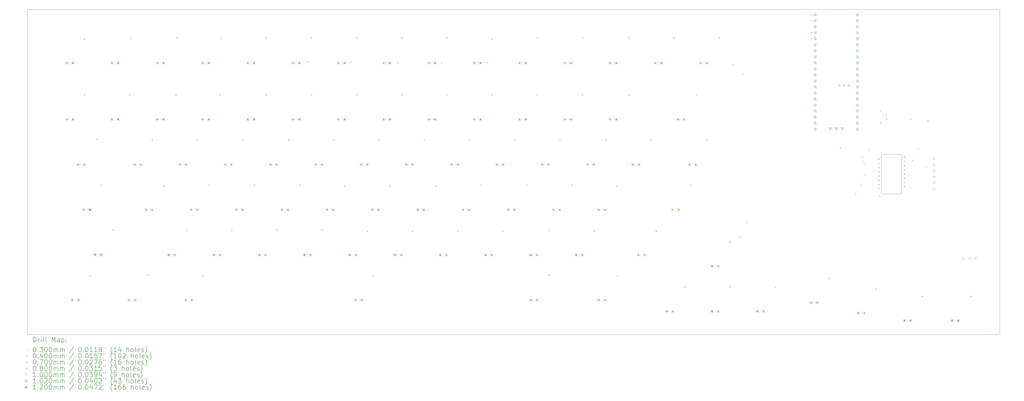
<source format=gbr>
%TF.GenerationSoftware,KiCad,Pcbnew,(6.0.10)*%
%TF.CreationDate,2023-01-22T17:55:39-08:00*%
%TF.ProjectId,OOTstag rev2,4f4f5473-7461-4672-9072-6576322e6b69,rev?*%
%TF.SameCoordinates,Original*%
%TF.FileFunction,Drillmap*%
%TF.FilePolarity,Positive*%
%FSLAX45Y45*%
G04 Gerber Fmt 4.5, Leading zero omitted, Abs format (unit mm)*
G04 Created by KiCad (PCBNEW (6.0.10)) date 2023-01-22 17:55:39*
%MOMM*%
%LPD*%
G01*
G04 APERTURE LIST*
%ADD10C,0.100000*%
%ADD11C,0.050000*%
%ADD12C,0.200000*%
%ADD13C,0.030000*%
%ADD14C,0.040000*%
%ADD15C,0.070000*%
%ADD16C,0.080000*%
%ADD17C,0.102000*%
%ADD18C,0.120000*%
G04 APERTURE END LIST*
D10*
X43544600Y-20164000D02*
G75*
G03*
X43494600Y-20114000I-50000J0D01*
G01*
X43544600Y-20164000D02*
X43544600Y-21739000D01*
X42694600Y-21739000D02*
G75*
G03*
X42744600Y-21789000I50000J0D01*
G01*
X43494600Y-21789000D02*
G75*
G03*
X43544600Y-21739000I0J50000D01*
G01*
X42694600Y-21739000D02*
X42694600Y-20164000D01*
X42744600Y-20114000D02*
X43494600Y-20114000D01*
X42744600Y-20114000D02*
G75*
G03*
X42694600Y-20164000I0J-50000D01*
G01*
X42744600Y-21789000D02*
X43494600Y-21789000D01*
D11*
X6770000Y-14010000D02*
X47670000Y-14010000D01*
X47670000Y-14010000D02*
X47670000Y-27710000D01*
X47670000Y-27710000D02*
X6770000Y-27710000D01*
X6770000Y-27710000D02*
X6770000Y-14010000D01*
D12*
D13*
X41598400Y-21765200D02*
X41628400Y-21795200D01*
X41628400Y-21765200D02*
X41598400Y-21795200D01*
X41831800Y-21351000D02*
X41861800Y-21381000D01*
X41861800Y-21351000D02*
X41831800Y-21381000D01*
X41868400Y-20220200D02*
X41898400Y-20250200D01*
X41898400Y-20220200D02*
X41868400Y-20250200D01*
X41938400Y-20410200D02*
X41968400Y-20440200D01*
X41968400Y-20410200D02*
X41938400Y-20440200D01*
X41978400Y-20970200D02*
X42008400Y-21000200D01*
X42008400Y-20970200D02*
X41978400Y-21000200D01*
X41998400Y-20500200D02*
X42028400Y-20530200D01*
X42028400Y-20500200D02*
X41998400Y-20530200D01*
X42158400Y-19910200D02*
X42188400Y-19940200D01*
X42188400Y-19910200D02*
X42158400Y-19940200D01*
X42378400Y-20800200D02*
X42408400Y-20830200D01*
X42408400Y-20800200D02*
X42378400Y-20830200D01*
X42589676Y-21851476D02*
X42619676Y-21881476D01*
X42619676Y-21851476D02*
X42589676Y-21881476D01*
X43873400Y-20955200D02*
X43903400Y-20985200D01*
X43903400Y-20955200D02*
X43873400Y-20985200D01*
X43914600Y-21528800D02*
X43944600Y-21558800D01*
X43944600Y-21528800D02*
X43914600Y-21558800D01*
X43988400Y-20345200D02*
X44018400Y-20375200D01*
X44018400Y-20345200D02*
X43988400Y-20375200D01*
X44208400Y-19865200D02*
X44238400Y-19895200D01*
X44238400Y-19865200D02*
X44208400Y-19895200D01*
X44563299Y-20614400D02*
X44593299Y-20644400D01*
X44593299Y-20614400D02*
X44563299Y-20644400D01*
D14*
X9190000Y-15260000D02*
G75*
G03*
X9190000Y-15260000I-20000J0D01*
G01*
X9190000Y-17610000D02*
G75*
G03*
X9190000Y-17610000I-20000J0D01*
G01*
X9437125Y-25239250D02*
G75*
G03*
X9437125Y-25239250I-20000J0D01*
G01*
X9715000Y-19485000D02*
G75*
G03*
X9715000Y-19485000I-20000J0D01*
G01*
X9890000Y-21410000D02*
G75*
G03*
X9890000Y-21410000I-20000J0D01*
G01*
X10390000Y-23310000D02*
G75*
G03*
X10390000Y-23310000I-20000J0D01*
G01*
X11090000Y-17610000D02*
G75*
G03*
X11090000Y-17610000I-20000J0D01*
G01*
X11140000Y-15210000D02*
G75*
G03*
X11140000Y-15210000I-20000J0D01*
G01*
X11840000Y-25210000D02*
G75*
G03*
X11840000Y-25210000I-20000J0D01*
G01*
X12040000Y-19510000D02*
G75*
G03*
X12040000Y-19510000I-20000J0D01*
G01*
X12540000Y-21460000D02*
G75*
G03*
X12540000Y-21460000I-20000J0D01*
G01*
X13040000Y-17610000D02*
G75*
G03*
X13040000Y-17610000I-20000J0D01*
G01*
X13090000Y-15210000D02*
G75*
G03*
X13090000Y-15210000I-20000J0D01*
G01*
X13490000Y-23310000D02*
G75*
G03*
X13490000Y-23310000I-20000J0D01*
G01*
X13940000Y-19510000D02*
G75*
G03*
X13940000Y-19510000I-20000J0D01*
G01*
X14190000Y-25260000D02*
G75*
G03*
X14190000Y-25260000I-20000J0D01*
G01*
X14440000Y-21410000D02*
G75*
G03*
X14440000Y-21410000I-20000J0D01*
G01*
X14890000Y-17610000D02*
G75*
G03*
X14890000Y-17610000I-20000J0D01*
G01*
X14940000Y-15210000D02*
G75*
G03*
X14940000Y-15210000I-20000J0D01*
G01*
X15390000Y-23310000D02*
G75*
G03*
X15390000Y-23310000I-20000J0D01*
G01*
X15840000Y-19510000D02*
G75*
G03*
X15840000Y-19510000I-20000J0D01*
G01*
X16340000Y-21410000D02*
G75*
G03*
X16340000Y-21410000I-20000J0D01*
G01*
X16840000Y-15210000D02*
G75*
G03*
X16840000Y-15210000I-20000J0D01*
G01*
X16840000Y-17610000D02*
G75*
G03*
X16840000Y-17610000I-20000J0D01*
G01*
X17290000Y-23310000D02*
G75*
G03*
X17290000Y-23310000I-20000J0D01*
G01*
X17790000Y-19510000D02*
G75*
G03*
X17790000Y-19510000I-20000J0D01*
G01*
X18240000Y-21410000D02*
G75*
G03*
X18240000Y-21410000I-20000J0D01*
G01*
X18570000Y-16225000D02*
G75*
G03*
X18570000Y-16225000I-20000J0D01*
G01*
X18740000Y-15210000D02*
G75*
G03*
X18740000Y-15210000I-20000J0D01*
G01*
X18740000Y-17610000D02*
G75*
G03*
X18740000Y-17610000I-20000J0D01*
G01*
X19190000Y-23310000D02*
G75*
G03*
X19190000Y-23310000I-20000J0D01*
G01*
X19690000Y-19510000D02*
G75*
G03*
X19690000Y-19510000I-20000J0D01*
G01*
X20140000Y-21460000D02*
G75*
G03*
X20140000Y-21460000I-20000J0D01*
G01*
X20395000Y-16225000D02*
G75*
G03*
X20395000Y-16225000I-20000J0D01*
G01*
X20640000Y-15210000D02*
G75*
G03*
X20640000Y-15210000I-20000J0D01*
G01*
X20640000Y-17610000D02*
G75*
G03*
X20640000Y-17610000I-20000J0D01*
G01*
X21090000Y-23360000D02*
G75*
G03*
X21090000Y-23360000I-20000J0D01*
G01*
X21340000Y-25260000D02*
G75*
G03*
X21340000Y-25260000I-20000J0D01*
G01*
X21590000Y-19510000D02*
G75*
G03*
X21590000Y-19510000I-20000J0D01*
G01*
X22040000Y-21460000D02*
G75*
G03*
X22040000Y-21460000I-20000J0D01*
G01*
X22370000Y-16250000D02*
G75*
G03*
X22370000Y-16250000I-20000J0D01*
G01*
X22540000Y-15210000D02*
G75*
G03*
X22540000Y-15210000I-20000J0D01*
G01*
X22540000Y-17610000D02*
G75*
G03*
X22540000Y-17610000I-20000J0D01*
G01*
X22990000Y-23360000D02*
G75*
G03*
X22990000Y-23360000I-20000J0D01*
G01*
X23490000Y-19510000D02*
G75*
G03*
X23490000Y-19510000I-20000J0D01*
G01*
X23990000Y-21460000D02*
G75*
G03*
X23990000Y-21460000I-20000J0D01*
G01*
X24220000Y-16250000D02*
G75*
G03*
X24220000Y-16250000I-20000J0D01*
G01*
X24440000Y-15210000D02*
G75*
G03*
X24440000Y-15210000I-20000J0D01*
G01*
X24440000Y-17610000D02*
G75*
G03*
X24440000Y-17610000I-20000J0D01*
G01*
X24890000Y-23360000D02*
G75*
G03*
X24890000Y-23360000I-20000J0D01*
G01*
X25390000Y-19510000D02*
G75*
G03*
X25390000Y-19510000I-20000J0D01*
G01*
X25890000Y-21410000D02*
G75*
G03*
X25890000Y-21410000I-20000J0D01*
G01*
X26120000Y-16250000D02*
G75*
G03*
X26120000Y-16250000I-20000J0D01*
G01*
X26340000Y-15260000D02*
G75*
G03*
X26340000Y-15260000I-20000J0D01*
G01*
X26340000Y-17610000D02*
G75*
G03*
X26340000Y-17610000I-20000J0D01*
G01*
X26790000Y-23360000D02*
G75*
G03*
X26790000Y-23360000I-20000J0D01*
G01*
X27290000Y-19510000D02*
G75*
G03*
X27290000Y-19510000I-20000J0D01*
G01*
X27790000Y-21410000D02*
G75*
G03*
X27790000Y-21410000I-20000J0D01*
G01*
X28240000Y-15210000D02*
G75*
G03*
X28240000Y-15210000I-20000J0D01*
G01*
X28240000Y-17610000D02*
G75*
G03*
X28240000Y-17610000I-20000J0D01*
G01*
X28740000Y-23310000D02*
G75*
G03*
X28740000Y-23310000I-20000J0D01*
G01*
X28740000Y-25210000D02*
G75*
G03*
X28740000Y-25210000I-20000J0D01*
G01*
X29190000Y-19510000D02*
G75*
G03*
X29190000Y-19510000I-20000J0D01*
G01*
X29690000Y-21410000D02*
G75*
G03*
X29690000Y-21410000I-20000J0D01*
G01*
X30140000Y-15210000D02*
G75*
G03*
X30140000Y-15210000I-20000J0D01*
G01*
X30140000Y-17610000D02*
G75*
G03*
X30140000Y-17610000I-20000J0D01*
G01*
X30640000Y-23360000D02*
G75*
G03*
X30640000Y-23360000I-20000J0D01*
G01*
X31140000Y-19510000D02*
G75*
G03*
X31140000Y-19510000I-20000J0D01*
G01*
X31590000Y-21460000D02*
G75*
G03*
X31590000Y-21460000I-20000J0D01*
G01*
X31590000Y-25260000D02*
G75*
G03*
X31590000Y-25260000I-20000J0D01*
G01*
X32090000Y-15210000D02*
G75*
G03*
X32090000Y-15210000I-20000J0D01*
G01*
X32090000Y-17610000D02*
G75*
G03*
X32090000Y-17610000I-20000J0D01*
G01*
X33040000Y-19510000D02*
G75*
G03*
X33040000Y-19510000I-20000J0D01*
G01*
X33240000Y-23360000D02*
G75*
G03*
X33240000Y-23360000I-20000J0D01*
G01*
X33990000Y-15210000D02*
G75*
G03*
X33990000Y-15210000I-20000J0D01*
G01*
X34440000Y-25710000D02*
G75*
G03*
X34440000Y-25710000I-20000J0D01*
G01*
X34690000Y-21410000D02*
G75*
G03*
X34690000Y-21410000I-20000J0D01*
G01*
X34940000Y-17610000D02*
G75*
G03*
X34940000Y-17610000I-20000J0D01*
G01*
X35390000Y-19510000D02*
G75*
G03*
X35390000Y-19510000I-20000J0D01*
G01*
X35890000Y-15210000D02*
G75*
G03*
X35890000Y-15210000I-20000J0D01*
G01*
X36340000Y-23810000D02*
G75*
G03*
X36340000Y-23810000I-20000J0D01*
G01*
X36340000Y-25710000D02*
G75*
G03*
X36340000Y-25710000I-20000J0D01*
G01*
X36470000Y-16340000D02*
G75*
G03*
X36470000Y-16340000I-20000J0D01*
G01*
X36740000Y-23610000D02*
G75*
G03*
X36740000Y-23610000I-20000J0D01*
G01*
X36895000Y-16725000D02*
G75*
G03*
X36895000Y-16725000I-20000J0D01*
G01*
X37047000Y-22973000D02*
G75*
G03*
X37047000Y-22973000I-20000J0D01*
G01*
X38240000Y-25710000D02*
G75*
G03*
X38240000Y-25710000I-20000J0D01*
G01*
X39781050Y-14222000D02*
G75*
G03*
X39781050Y-14222000I-20000J0D01*
G01*
X39781050Y-14476000D02*
G75*
G03*
X39781050Y-14476000I-20000J0D01*
G01*
X39781050Y-14984000D02*
G75*
G03*
X39781050Y-14984000I-20000J0D01*
G01*
X39781050Y-15238000D02*
G75*
G03*
X39781050Y-15238000I-20000J0D01*
G01*
X40512460Y-25352000D02*
G75*
G03*
X40512460Y-25352000I-20000J0D01*
G01*
X40990000Y-19860000D02*
G75*
G03*
X40990000Y-19860000I-20000J0D01*
G01*
X42490000Y-25810000D02*
G75*
G03*
X42490000Y-25810000I-20000J0D01*
G01*
X42690000Y-18285000D02*
G75*
G03*
X42690000Y-18285000I-20000J0D01*
G01*
X42690000Y-18785000D02*
G75*
G03*
X42690000Y-18785000I-20000J0D01*
G01*
X42915000Y-18460000D02*
G75*
G03*
X42915000Y-18460000I-20000J0D01*
G01*
X42940000Y-18635000D02*
G75*
G03*
X42940000Y-18635000I-20000J0D01*
G01*
X43940000Y-18635000D02*
G75*
G03*
X43940000Y-18635000I-20000J0D01*
G01*
X44440000Y-26110000D02*
G75*
G03*
X44440000Y-26110000I-20000J0D01*
G01*
X44677500Y-18710000D02*
G75*
G03*
X44677500Y-18710000I-20000J0D01*
G01*
X46490000Y-26110000D02*
G75*
G03*
X46490000Y-26110000I-20000J0D01*
G01*
D15*
X42584500Y-20281000D02*
X42584500Y-20351000D01*
X42549500Y-20316000D02*
X42619500Y-20316000D01*
X42584500Y-20459000D02*
X42584500Y-20529000D01*
X42549500Y-20494000D02*
X42619500Y-20494000D01*
X42584500Y-20637000D02*
X42584500Y-20707000D01*
X42549500Y-20672000D02*
X42619500Y-20672000D01*
X42584500Y-20815000D02*
X42584500Y-20885000D01*
X42549500Y-20850000D02*
X42619500Y-20850000D01*
X42584500Y-20993000D02*
X42584500Y-21063000D01*
X42549500Y-21028000D02*
X42619500Y-21028000D01*
X42584500Y-21171000D02*
X42584500Y-21241000D01*
X42549500Y-21206000D02*
X42619500Y-21206000D01*
X42584500Y-21349000D02*
X42584500Y-21419000D01*
X42549500Y-21384000D02*
X42619500Y-21384000D01*
X42584500Y-21527000D02*
X42584500Y-21597000D01*
X42549500Y-21562000D02*
X42619500Y-21562000D01*
X43654500Y-20192000D02*
X43654500Y-20262000D01*
X43619500Y-20227000D02*
X43689500Y-20227000D01*
X43654500Y-20370000D02*
X43654500Y-20440000D01*
X43619500Y-20405000D02*
X43689500Y-20405000D01*
X43654500Y-20548000D02*
X43654500Y-20618000D01*
X43619500Y-20583000D02*
X43689500Y-20583000D01*
X43654500Y-20726000D02*
X43654500Y-20796000D01*
X43619500Y-20761000D02*
X43689500Y-20761000D01*
X43654500Y-20904000D02*
X43654500Y-20974000D01*
X43619500Y-20939000D02*
X43689500Y-20939000D01*
X43654500Y-21082000D02*
X43654500Y-21152000D01*
X43619500Y-21117000D02*
X43689500Y-21117000D01*
X43654500Y-21260000D02*
X43654500Y-21330000D01*
X43619500Y-21295000D02*
X43689500Y-21295000D01*
X43654500Y-21438000D02*
X43654500Y-21508000D01*
X43619500Y-21473000D02*
X43689500Y-21473000D01*
D16*
X40948285Y-17238285D02*
X40948285Y-17181716D01*
X40891716Y-17181716D01*
X40891716Y-17238285D01*
X40948285Y-17238285D01*
X41148285Y-17238285D02*
X41148285Y-17181716D01*
X41091716Y-17181716D01*
X41091716Y-17238285D01*
X41148285Y-17238285D01*
X41348285Y-17238285D02*
X41348285Y-17181716D01*
X41291716Y-17181716D01*
X41291716Y-17238285D01*
X41348285Y-17238285D01*
D10*
X44910900Y-20350200D02*
X44960900Y-20300200D01*
X44910900Y-20250200D01*
X44860900Y-20300200D01*
X44910900Y-20350200D01*
X44910900Y-20604200D02*
X44960900Y-20554200D01*
X44910900Y-20504200D01*
X44860900Y-20554200D01*
X44910900Y-20604200D01*
X44910900Y-20858200D02*
X44960900Y-20808200D01*
X44910900Y-20758200D01*
X44860900Y-20808200D01*
X44910900Y-20858200D01*
X44910900Y-21112200D02*
X44960900Y-21062200D01*
X44910900Y-21012200D01*
X44860900Y-21062200D01*
X44910900Y-21112200D01*
X44910900Y-21366200D02*
X44960900Y-21316200D01*
X44910900Y-21266200D01*
X44860900Y-21316200D01*
X44910900Y-21366200D01*
X44910900Y-21620200D02*
X44960900Y-21570200D01*
X44910900Y-21520200D01*
X44860900Y-21570200D01*
X44910900Y-21620200D01*
X46145701Y-24548301D02*
X46195701Y-24498301D01*
X46145701Y-24448301D01*
X46095701Y-24498301D01*
X46145701Y-24548301D01*
X46399701Y-24548301D02*
X46449701Y-24498301D01*
X46399701Y-24448301D01*
X46349701Y-24498301D01*
X46399701Y-24548301D01*
X46653701Y-24548301D02*
X46703701Y-24498301D01*
X46653701Y-24448301D01*
X46603701Y-24498301D01*
X46653701Y-24548301D01*
D17*
X39855000Y-14171000D02*
X39957000Y-14273000D01*
X39957000Y-14171000D02*
X39855000Y-14273000D01*
X39957000Y-14222000D02*
G75*
G03*
X39957000Y-14222000I-51000J0D01*
G01*
X39855000Y-14425000D02*
X39957000Y-14527000D01*
X39957000Y-14425000D02*
X39855000Y-14527000D01*
X39957000Y-14476000D02*
G75*
G03*
X39957000Y-14476000I-51000J0D01*
G01*
X39855000Y-14679000D02*
X39957000Y-14781000D01*
X39957000Y-14679000D02*
X39855000Y-14781000D01*
X39957000Y-14730000D02*
G75*
G03*
X39957000Y-14730000I-51000J0D01*
G01*
X39855000Y-14933000D02*
X39957000Y-15035000D01*
X39957000Y-14933000D02*
X39855000Y-15035000D01*
X39957000Y-14984000D02*
G75*
G03*
X39957000Y-14984000I-51000J0D01*
G01*
X39855000Y-15187000D02*
X39957000Y-15289000D01*
X39957000Y-15187000D02*
X39855000Y-15289000D01*
X39957000Y-15238000D02*
G75*
G03*
X39957000Y-15238000I-51000J0D01*
G01*
X39855000Y-15441000D02*
X39957000Y-15543000D01*
X39957000Y-15441000D02*
X39855000Y-15543000D01*
X39957000Y-15492000D02*
G75*
G03*
X39957000Y-15492000I-51000J0D01*
G01*
X39855000Y-15695000D02*
X39957000Y-15797000D01*
X39957000Y-15695000D02*
X39855000Y-15797000D01*
X39957000Y-15746000D02*
G75*
G03*
X39957000Y-15746000I-51000J0D01*
G01*
X39855000Y-15949000D02*
X39957000Y-16051000D01*
X39957000Y-15949000D02*
X39855000Y-16051000D01*
X39957000Y-16000000D02*
G75*
G03*
X39957000Y-16000000I-51000J0D01*
G01*
X39855000Y-16203000D02*
X39957000Y-16305000D01*
X39957000Y-16203000D02*
X39855000Y-16305000D01*
X39957000Y-16254000D02*
G75*
G03*
X39957000Y-16254000I-51000J0D01*
G01*
X39855000Y-16457000D02*
X39957000Y-16559000D01*
X39957000Y-16457000D02*
X39855000Y-16559000D01*
X39957000Y-16508000D02*
G75*
G03*
X39957000Y-16508000I-51000J0D01*
G01*
X39855000Y-16711000D02*
X39957000Y-16813000D01*
X39957000Y-16711000D02*
X39855000Y-16813000D01*
X39957000Y-16762000D02*
G75*
G03*
X39957000Y-16762000I-51000J0D01*
G01*
X39855000Y-16965000D02*
X39957000Y-17067000D01*
X39957000Y-16965000D02*
X39855000Y-17067000D01*
X39957000Y-17016000D02*
G75*
G03*
X39957000Y-17016000I-51000J0D01*
G01*
X39855000Y-17219000D02*
X39957000Y-17321000D01*
X39957000Y-17219000D02*
X39855000Y-17321000D01*
X39957000Y-17270000D02*
G75*
G03*
X39957000Y-17270000I-51000J0D01*
G01*
X39855000Y-17473000D02*
X39957000Y-17575000D01*
X39957000Y-17473000D02*
X39855000Y-17575000D01*
X39957000Y-17524000D02*
G75*
G03*
X39957000Y-17524000I-51000J0D01*
G01*
X39855000Y-17727000D02*
X39957000Y-17829000D01*
X39957000Y-17727000D02*
X39855000Y-17829000D01*
X39957000Y-17778000D02*
G75*
G03*
X39957000Y-17778000I-51000J0D01*
G01*
X39855000Y-17981000D02*
X39957000Y-18083000D01*
X39957000Y-17981000D02*
X39855000Y-18083000D01*
X39957000Y-18032000D02*
G75*
G03*
X39957000Y-18032000I-51000J0D01*
G01*
X39855000Y-18235000D02*
X39957000Y-18337000D01*
X39957000Y-18235000D02*
X39855000Y-18337000D01*
X39957000Y-18286000D02*
G75*
G03*
X39957000Y-18286000I-51000J0D01*
G01*
X39855000Y-18489000D02*
X39957000Y-18591000D01*
X39957000Y-18489000D02*
X39855000Y-18591000D01*
X39957000Y-18540000D02*
G75*
G03*
X39957000Y-18540000I-51000J0D01*
G01*
X39855000Y-18743000D02*
X39957000Y-18845000D01*
X39957000Y-18743000D02*
X39855000Y-18845000D01*
X39957000Y-18794000D02*
G75*
G03*
X39957000Y-18794000I-51000J0D01*
G01*
X39855000Y-18997000D02*
X39957000Y-19099000D01*
X39957000Y-18997000D02*
X39855000Y-19099000D01*
X39957000Y-19048000D02*
G75*
G03*
X39957000Y-19048000I-51000J0D01*
G01*
X40490000Y-18974000D02*
X40592000Y-19076000D01*
X40592000Y-18974000D02*
X40490000Y-19076000D01*
X40592000Y-19025000D02*
G75*
G03*
X40592000Y-19025000I-51000J0D01*
G01*
X40744000Y-18974000D02*
X40846000Y-19076000D01*
X40846000Y-18974000D02*
X40744000Y-19076000D01*
X40846000Y-19025000D02*
G75*
G03*
X40846000Y-19025000I-51000J0D01*
G01*
X40998000Y-18974000D02*
X41100000Y-19076000D01*
X41100000Y-18974000D02*
X40998000Y-19076000D01*
X41100000Y-19025000D02*
G75*
G03*
X41100000Y-19025000I-51000J0D01*
G01*
X41633000Y-14171000D02*
X41735000Y-14273000D01*
X41735000Y-14171000D02*
X41633000Y-14273000D01*
X41735000Y-14222000D02*
G75*
G03*
X41735000Y-14222000I-51000J0D01*
G01*
X41633000Y-14425000D02*
X41735000Y-14527000D01*
X41735000Y-14425000D02*
X41633000Y-14527000D01*
X41735000Y-14476000D02*
G75*
G03*
X41735000Y-14476000I-51000J0D01*
G01*
X41633000Y-14679000D02*
X41735000Y-14781000D01*
X41735000Y-14679000D02*
X41633000Y-14781000D01*
X41735000Y-14730000D02*
G75*
G03*
X41735000Y-14730000I-51000J0D01*
G01*
X41633000Y-14933000D02*
X41735000Y-15035000D01*
X41735000Y-14933000D02*
X41633000Y-15035000D01*
X41735000Y-14984000D02*
G75*
G03*
X41735000Y-14984000I-51000J0D01*
G01*
X41633000Y-15187000D02*
X41735000Y-15289000D01*
X41735000Y-15187000D02*
X41633000Y-15289000D01*
X41735000Y-15238000D02*
G75*
G03*
X41735000Y-15238000I-51000J0D01*
G01*
X41633000Y-15441000D02*
X41735000Y-15543000D01*
X41735000Y-15441000D02*
X41633000Y-15543000D01*
X41735000Y-15492000D02*
G75*
G03*
X41735000Y-15492000I-51000J0D01*
G01*
X41633000Y-15695000D02*
X41735000Y-15797000D01*
X41735000Y-15695000D02*
X41633000Y-15797000D01*
X41735000Y-15746000D02*
G75*
G03*
X41735000Y-15746000I-51000J0D01*
G01*
X41633000Y-15949000D02*
X41735000Y-16051000D01*
X41735000Y-15949000D02*
X41633000Y-16051000D01*
X41735000Y-16000000D02*
G75*
G03*
X41735000Y-16000000I-51000J0D01*
G01*
X41633000Y-16203000D02*
X41735000Y-16305000D01*
X41735000Y-16203000D02*
X41633000Y-16305000D01*
X41735000Y-16254000D02*
G75*
G03*
X41735000Y-16254000I-51000J0D01*
G01*
X41633000Y-16457000D02*
X41735000Y-16559000D01*
X41735000Y-16457000D02*
X41633000Y-16559000D01*
X41735000Y-16508000D02*
G75*
G03*
X41735000Y-16508000I-51000J0D01*
G01*
X41633000Y-16711000D02*
X41735000Y-16813000D01*
X41735000Y-16711000D02*
X41633000Y-16813000D01*
X41735000Y-16762000D02*
G75*
G03*
X41735000Y-16762000I-51000J0D01*
G01*
X41633000Y-16965000D02*
X41735000Y-17067000D01*
X41735000Y-16965000D02*
X41633000Y-17067000D01*
X41735000Y-17016000D02*
G75*
G03*
X41735000Y-17016000I-51000J0D01*
G01*
X41633000Y-17219000D02*
X41735000Y-17321000D01*
X41735000Y-17219000D02*
X41633000Y-17321000D01*
X41735000Y-17270000D02*
G75*
G03*
X41735000Y-17270000I-51000J0D01*
G01*
X41633000Y-17473000D02*
X41735000Y-17575000D01*
X41735000Y-17473000D02*
X41633000Y-17575000D01*
X41735000Y-17524000D02*
G75*
G03*
X41735000Y-17524000I-51000J0D01*
G01*
X41633000Y-17727000D02*
X41735000Y-17829000D01*
X41735000Y-17727000D02*
X41633000Y-17829000D01*
X41735000Y-17778000D02*
G75*
G03*
X41735000Y-17778000I-51000J0D01*
G01*
X41633000Y-17981000D02*
X41735000Y-18083000D01*
X41735000Y-17981000D02*
X41633000Y-18083000D01*
X41735000Y-18032000D02*
G75*
G03*
X41735000Y-18032000I-51000J0D01*
G01*
X41633000Y-18235000D02*
X41735000Y-18337000D01*
X41735000Y-18235000D02*
X41633000Y-18337000D01*
X41735000Y-18286000D02*
G75*
G03*
X41735000Y-18286000I-51000J0D01*
G01*
X41633000Y-18489000D02*
X41735000Y-18591000D01*
X41735000Y-18489000D02*
X41633000Y-18591000D01*
X41735000Y-18540000D02*
G75*
G03*
X41735000Y-18540000I-51000J0D01*
G01*
X41633000Y-18743000D02*
X41735000Y-18845000D01*
X41735000Y-18743000D02*
X41633000Y-18845000D01*
X41735000Y-18794000D02*
G75*
G03*
X41735000Y-18794000I-51000J0D01*
G01*
X41633000Y-18997000D02*
X41735000Y-19099000D01*
X41735000Y-18997000D02*
X41633000Y-19099000D01*
X41735000Y-19048000D02*
G75*
G03*
X41735000Y-19048000I-51000J0D01*
G01*
D18*
X8360460Y-16196540D02*
X8480460Y-16316540D01*
X8480460Y-16196540D02*
X8360460Y-16316540D01*
X8420460Y-16196540D02*
X8420460Y-16316540D01*
X8360460Y-16256540D02*
X8480460Y-16256540D01*
X8360460Y-18577790D02*
X8480460Y-18697790D01*
X8480460Y-18577790D02*
X8360460Y-18697790D01*
X8420460Y-18577790D02*
X8420460Y-18697790D01*
X8360460Y-18637790D02*
X8480460Y-18637790D01*
X8598585Y-26197790D02*
X8718585Y-26317790D01*
X8718585Y-26197790D02*
X8598585Y-26317790D01*
X8658585Y-26197790D02*
X8658585Y-26317790D01*
X8598585Y-26257790D02*
X8718585Y-26257790D01*
X8617000Y-16196540D02*
X8737000Y-16316540D01*
X8737000Y-16196540D02*
X8617000Y-16316540D01*
X8677000Y-16196540D02*
X8677000Y-16316540D01*
X8617000Y-16256540D02*
X8737000Y-16256540D01*
X8617000Y-18577790D02*
X8737000Y-18697790D01*
X8737000Y-18577790D02*
X8617000Y-18697790D01*
X8677000Y-18577790D02*
X8677000Y-18697790D01*
X8617000Y-18637790D02*
X8737000Y-18637790D01*
X8840490Y-20487360D02*
X8960490Y-20607360D01*
X8960490Y-20487360D02*
X8840490Y-20607360D01*
X8900490Y-20487360D02*
X8900490Y-20607360D01*
X8840490Y-20547360D02*
X8960490Y-20547360D01*
X8855125Y-26197790D02*
X8975125Y-26317790D01*
X8975125Y-26197790D02*
X8855125Y-26317790D01*
X8915125Y-26197790D02*
X8915125Y-26317790D01*
X8855125Y-26257790D02*
X8975125Y-26257790D01*
X9074835Y-22387790D02*
X9194835Y-22507790D01*
X9194835Y-22387790D02*
X9074835Y-22507790D01*
X9134835Y-22387790D02*
X9134835Y-22507790D01*
X9074835Y-22447790D02*
X9194835Y-22447790D01*
X9080490Y-22387360D02*
X9200490Y-22507360D01*
X9200490Y-22387360D02*
X9080490Y-22507360D01*
X9140490Y-22387360D02*
X9140490Y-22507360D01*
X9080490Y-22447360D02*
X9200490Y-22447360D01*
X9097030Y-20487360D02*
X9217030Y-20607360D01*
X9217030Y-20487360D02*
X9097030Y-20607360D01*
X9157030Y-20487360D02*
X9157030Y-20607360D01*
X9097030Y-20547360D02*
X9217030Y-20547360D01*
X9331375Y-22387790D02*
X9451375Y-22507790D01*
X9451375Y-22387790D02*
X9331375Y-22507790D01*
X9391375Y-22387790D02*
X9391375Y-22507790D01*
X9331375Y-22447790D02*
X9451375Y-22447790D01*
X9337030Y-22387360D02*
X9457030Y-22507360D01*
X9457030Y-22387360D02*
X9337030Y-22507360D01*
X9397030Y-22387360D02*
X9397030Y-22507360D01*
X9337030Y-22447360D02*
X9457030Y-22447360D01*
X9550490Y-24287360D02*
X9670490Y-24407360D01*
X9670490Y-24287360D02*
X9550490Y-24407360D01*
X9610490Y-24287360D02*
X9610490Y-24407360D01*
X9550490Y-24347360D02*
X9670490Y-24347360D01*
X9807030Y-24287360D02*
X9927030Y-24407360D01*
X9927030Y-24287360D02*
X9807030Y-24407360D01*
X9867030Y-24287360D02*
X9867030Y-24407360D01*
X9807030Y-24347360D02*
X9927030Y-24347360D01*
X10265460Y-16196540D02*
X10385460Y-16316540D01*
X10385460Y-16196540D02*
X10265460Y-16316540D01*
X10325460Y-16196540D02*
X10325460Y-16316540D01*
X10265460Y-16256540D02*
X10385460Y-16256540D01*
X10265460Y-18577790D02*
X10385460Y-18697790D01*
X10385460Y-18577790D02*
X10265460Y-18697790D01*
X10325460Y-18577790D02*
X10325460Y-18697790D01*
X10265460Y-18637790D02*
X10385460Y-18637790D01*
X10522000Y-16196540D02*
X10642000Y-16316540D01*
X10642000Y-16196540D02*
X10522000Y-16316540D01*
X10582000Y-16196540D02*
X10582000Y-16316540D01*
X10522000Y-16256540D02*
X10642000Y-16256540D01*
X10522000Y-18577790D02*
X10642000Y-18697790D01*
X10642000Y-18577790D02*
X10522000Y-18697790D01*
X10582000Y-18577790D02*
X10582000Y-18697790D01*
X10522000Y-18637790D02*
X10642000Y-18637790D01*
X10979835Y-26197790D02*
X11099835Y-26317790D01*
X11099835Y-26197790D02*
X10979835Y-26317790D01*
X11039835Y-26197790D02*
X11039835Y-26317790D01*
X10979835Y-26257790D02*
X11099835Y-26257790D01*
X11217960Y-20482790D02*
X11337960Y-20602790D01*
X11337960Y-20482790D02*
X11217960Y-20602790D01*
X11277960Y-20482790D02*
X11277960Y-20602790D01*
X11217960Y-20542790D02*
X11337960Y-20542790D01*
X11236375Y-26197790D02*
X11356375Y-26317790D01*
X11356375Y-26197790D02*
X11236375Y-26317790D01*
X11296375Y-26197790D02*
X11296375Y-26317790D01*
X11236375Y-26257790D02*
X11356375Y-26257790D01*
X11474500Y-20482790D02*
X11594500Y-20602790D01*
X11594500Y-20482790D02*
X11474500Y-20602790D01*
X11534500Y-20482790D02*
X11534500Y-20602790D01*
X11474500Y-20542790D02*
X11594500Y-20542790D01*
X11694210Y-22387790D02*
X11814210Y-22507790D01*
X11814210Y-22387790D02*
X11694210Y-22507790D01*
X11754210Y-22387790D02*
X11754210Y-22507790D01*
X11694210Y-22447790D02*
X11814210Y-22447790D01*
X11950750Y-22387790D02*
X12070750Y-22507790D01*
X12070750Y-22387790D02*
X11950750Y-22507790D01*
X12010750Y-22387790D02*
X12010750Y-22507790D01*
X11950750Y-22447790D02*
X12070750Y-22447790D01*
X12170460Y-16196540D02*
X12290460Y-16316540D01*
X12290460Y-16196540D02*
X12170460Y-16316540D01*
X12230460Y-16196540D02*
X12230460Y-16316540D01*
X12170460Y-16256540D02*
X12290460Y-16256540D01*
X12170460Y-18577790D02*
X12290460Y-18697790D01*
X12290460Y-18577790D02*
X12170460Y-18697790D01*
X12230460Y-18577790D02*
X12230460Y-18697790D01*
X12170460Y-18637790D02*
X12290460Y-18637790D01*
X12427000Y-16196540D02*
X12547000Y-16316540D01*
X12547000Y-16196540D02*
X12427000Y-16316540D01*
X12487000Y-16196540D02*
X12487000Y-16316540D01*
X12427000Y-16256540D02*
X12547000Y-16256540D01*
X12427000Y-18577790D02*
X12547000Y-18697790D01*
X12547000Y-18577790D02*
X12427000Y-18697790D01*
X12487000Y-18577790D02*
X12487000Y-18697790D01*
X12427000Y-18637790D02*
X12547000Y-18637790D01*
X12646710Y-24292790D02*
X12766710Y-24412790D01*
X12766710Y-24292790D02*
X12646710Y-24412790D01*
X12706710Y-24292790D02*
X12706710Y-24412790D01*
X12646710Y-24352790D02*
X12766710Y-24352790D01*
X12903250Y-24292790D02*
X13023250Y-24412790D01*
X13023250Y-24292790D02*
X12903250Y-24412790D01*
X12963250Y-24292790D02*
X12963250Y-24412790D01*
X12903250Y-24352790D02*
X13023250Y-24352790D01*
X13122960Y-20482790D02*
X13242960Y-20602790D01*
X13242960Y-20482790D02*
X13122960Y-20602790D01*
X13182960Y-20482790D02*
X13182960Y-20602790D01*
X13122960Y-20542790D02*
X13242960Y-20542790D01*
X13361085Y-26197790D02*
X13481085Y-26317790D01*
X13481085Y-26197790D02*
X13361085Y-26317790D01*
X13421085Y-26197790D02*
X13421085Y-26317790D01*
X13361085Y-26257790D02*
X13481085Y-26257790D01*
X13379500Y-20482790D02*
X13499500Y-20602790D01*
X13499500Y-20482790D02*
X13379500Y-20602790D01*
X13439500Y-20482790D02*
X13439500Y-20602790D01*
X13379500Y-20542790D02*
X13499500Y-20542790D01*
X13599210Y-22387790D02*
X13719210Y-22507790D01*
X13719210Y-22387790D02*
X13599210Y-22507790D01*
X13659210Y-22387790D02*
X13659210Y-22507790D01*
X13599210Y-22447790D02*
X13719210Y-22447790D01*
X13617625Y-26197790D02*
X13737625Y-26317790D01*
X13737625Y-26197790D02*
X13617625Y-26317790D01*
X13677625Y-26197790D02*
X13677625Y-26317790D01*
X13617625Y-26257790D02*
X13737625Y-26257790D01*
X13855750Y-22387790D02*
X13975750Y-22507790D01*
X13975750Y-22387790D02*
X13855750Y-22507790D01*
X13915750Y-22387790D02*
X13915750Y-22507790D01*
X13855750Y-22447790D02*
X13975750Y-22447790D01*
X14075460Y-16196540D02*
X14195460Y-16316540D01*
X14195460Y-16196540D02*
X14075460Y-16316540D01*
X14135460Y-16196540D02*
X14135460Y-16316540D01*
X14075460Y-16256540D02*
X14195460Y-16256540D01*
X14075460Y-18577790D02*
X14195460Y-18697790D01*
X14195460Y-18577790D02*
X14075460Y-18697790D01*
X14135460Y-18577790D02*
X14135460Y-18697790D01*
X14075460Y-18637790D02*
X14195460Y-18637790D01*
X14332000Y-16196540D02*
X14452000Y-16316540D01*
X14452000Y-16196540D02*
X14332000Y-16316540D01*
X14392000Y-16196540D02*
X14392000Y-16316540D01*
X14332000Y-16256540D02*
X14452000Y-16256540D01*
X14332000Y-18577790D02*
X14452000Y-18697790D01*
X14452000Y-18577790D02*
X14332000Y-18697790D01*
X14392000Y-18577790D02*
X14392000Y-18697790D01*
X14332000Y-18637790D02*
X14452000Y-18637790D01*
X14551710Y-24292790D02*
X14671710Y-24412790D01*
X14671710Y-24292790D02*
X14551710Y-24412790D01*
X14611710Y-24292790D02*
X14611710Y-24412790D01*
X14551710Y-24352790D02*
X14671710Y-24352790D01*
X14808250Y-24292790D02*
X14928250Y-24412790D01*
X14928250Y-24292790D02*
X14808250Y-24412790D01*
X14868250Y-24292790D02*
X14868250Y-24412790D01*
X14808250Y-24352790D02*
X14928250Y-24352790D01*
X15027960Y-20482790D02*
X15147960Y-20602790D01*
X15147960Y-20482790D02*
X15027960Y-20602790D01*
X15087960Y-20482790D02*
X15087960Y-20602790D01*
X15027960Y-20542790D02*
X15147960Y-20542790D01*
X15284500Y-20482790D02*
X15404500Y-20602790D01*
X15404500Y-20482790D02*
X15284500Y-20602790D01*
X15344500Y-20482790D02*
X15344500Y-20602790D01*
X15284500Y-20542790D02*
X15404500Y-20542790D01*
X15504210Y-22387790D02*
X15624210Y-22507790D01*
X15624210Y-22387790D02*
X15504210Y-22507790D01*
X15564210Y-22387790D02*
X15564210Y-22507790D01*
X15504210Y-22447790D02*
X15624210Y-22447790D01*
X15760750Y-22387790D02*
X15880750Y-22507790D01*
X15880750Y-22387790D02*
X15760750Y-22507790D01*
X15820750Y-22387790D02*
X15820750Y-22507790D01*
X15760750Y-22447790D02*
X15880750Y-22447790D01*
X15980460Y-16196540D02*
X16100460Y-16316540D01*
X16100460Y-16196540D02*
X15980460Y-16316540D01*
X16040460Y-16196540D02*
X16040460Y-16316540D01*
X15980460Y-16256540D02*
X16100460Y-16256540D01*
X15980460Y-18577790D02*
X16100460Y-18697790D01*
X16100460Y-18577790D02*
X15980460Y-18697790D01*
X16040460Y-18577790D02*
X16040460Y-18697790D01*
X15980460Y-18637790D02*
X16100460Y-18637790D01*
X16237000Y-16196540D02*
X16357000Y-16316540D01*
X16357000Y-16196540D02*
X16237000Y-16316540D01*
X16297000Y-16196540D02*
X16297000Y-16316540D01*
X16237000Y-16256540D02*
X16357000Y-16256540D01*
X16237000Y-18577790D02*
X16357000Y-18697790D01*
X16357000Y-18577790D02*
X16237000Y-18697790D01*
X16297000Y-18577790D02*
X16297000Y-18697790D01*
X16237000Y-18637790D02*
X16357000Y-18637790D01*
X16456710Y-24292790D02*
X16576710Y-24412790D01*
X16576710Y-24292790D02*
X16456710Y-24412790D01*
X16516710Y-24292790D02*
X16516710Y-24412790D01*
X16456710Y-24352790D02*
X16576710Y-24352790D01*
X16713250Y-24292790D02*
X16833250Y-24412790D01*
X16833250Y-24292790D02*
X16713250Y-24412790D01*
X16773250Y-24292790D02*
X16773250Y-24412790D01*
X16713250Y-24352790D02*
X16833250Y-24352790D01*
X16932960Y-20482790D02*
X17052960Y-20602790D01*
X17052960Y-20482790D02*
X16932960Y-20602790D01*
X16992960Y-20482790D02*
X16992960Y-20602790D01*
X16932960Y-20542790D02*
X17052960Y-20542790D01*
X17189500Y-20482790D02*
X17309500Y-20602790D01*
X17309500Y-20482790D02*
X17189500Y-20602790D01*
X17249500Y-20482790D02*
X17249500Y-20602790D01*
X17189500Y-20542790D02*
X17309500Y-20542790D01*
X17409210Y-22387790D02*
X17529210Y-22507790D01*
X17529210Y-22387790D02*
X17409210Y-22507790D01*
X17469210Y-22387790D02*
X17469210Y-22507790D01*
X17409210Y-22447790D02*
X17529210Y-22447790D01*
X17665750Y-22387790D02*
X17785750Y-22507790D01*
X17785750Y-22387790D02*
X17665750Y-22507790D01*
X17725750Y-22387790D02*
X17725750Y-22507790D01*
X17665750Y-22447790D02*
X17785750Y-22447790D01*
X17885460Y-16196540D02*
X18005460Y-16316540D01*
X18005460Y-16196540D02*
X17885460Y-16316540D01*
X17945460Y-16196540D02*
X17945460Y-16316540D01*
X17885460Y-16256540D02*
X18005460Y-16256540D01*
X17885460Y-18577790D02*
X18005460Y-18697790D01*
X18005460Y-18577790D02*
X17885460Y-18697790D01*
X17945460Y-18577790D02*
X17945460Y-18697790D01*
X17885460Y-18637790D02*
X18005460Y-18637790D01*
X18142000Y-16196540D02*
X18262000Y-16316540D01*
X18262000Y-16196540D02*
X18142000Y-16316540D01*
X18202000Y-16196540D02*
X18202000Y-16316540D01*
X18142000Y-16256540D02*
X18262000Y-16256540D01*
X18142000Y-18577790D02*
X18262000Y-18697790D01*
X18262000Y-18577790D02*
X18142000Y-18697790D01*
X18202000Y-18577790D02*
X18202000Y-18697790D01*
X18142000Y-18637790D02*
X18262000Y-18637790D01*
X18361710Y-24292790D02*
X18481710Y-24412790D01*
X18481710Y-24292790D02*
X18361710Y-24412790D01*
X18421710Y-24292790D02*
X18421710Y-24412790D01*
X18361710Y-24352790D02*
X18481710Y-24352790D01*
X18618250Y-24292790D02*
X18738250Y-24412790D01*
X18738250Y-24292790D02*
X18618250Y-24412790D01*
X18678250Y-24292790D02*
X18678250Y-24412790D01*
X18618250Y-24352790D02*
X18738250Y-24352790D01*
X18837960Y-20482790D02*
X18957960Y-20602790D01*
X18957960Y-20482790D02*
X18837960Y-20602790D01*
X18897960Y-20482790D02*
X18897960Y-20602790D01*
X18837960Y-20542790D02*
X18957960Y-20542790D01*
X19094500Y-20482790D02*
X19214500Y-20602790D01*
X19214500Y-20482790D02*
X19094500Y-20602790D01*
X19154500Y-20482790D02*
X19154500Y-20602790D01*
X19094500Y-20542790D02*
X19214500Y-20542790D01*
X19314210Y-22387790D02*
X19434210Y-22507790D01*
X19434210Y-22387790D02*
X19314210Y-22507790D01*
X19374210Y-22387790D02*
X19374210Y-22507790D01*
X19314210Y-22447790D02*
X19434210Y-22447790D01*
X19570750Y-22387790D02*
X19690750Y-22507790D01*
X19690750Y-22387790D02*
X19570750Y-22507790D01*
X19630750Y-22387790D02*
X19630750Y-22507790D01*
X19570750Y-22447790D02*
X19690750Y-22447790D01*
X19790460Y-16196540D02*
X19910460Y-16316540D01*
X19910460Y-16196540D02*
X19790460Y-16316540D01*
X19850460Y-16196540D02*
X19850460Y-16316540D01*
X19790460Y-16256540D02*
X19910460Y-16256540D01*
X19790460Y-18577790D02*
X19910460Y-18697790D01*
X19910460Y-18577790D02*
X19790460Y-18697790D01*
X19850460Y-18577790D02*
X19850460Y-18697790D01*
X19790460Y-18637790D02*
X19910460Y-18637790D01*
X20047000Y-16196540D02*
X20167000Y-16316540D01*
X20167000Y-16196540D02*
X20047000Y-16316540D01*
X20107000Y-16196540D02*
X20107000Y-16316540D01*
X20047000Y-16256540D02*
X20167000Y-16256540D01*
X20047000Y-18577790D02*
X20167000Y-18697790D01*
X20167000Y-18577790D02*
X20047000Y-18697790D01*
X20107000Y-18577790D02*
X20107000Y-18697790D01*
X20047000Y-18637790D02*
X20167000Y-18637790D01*
X20266710Y-24292790D02*
X20386710Y-24412790D01*
X20386710Y-24292790D02*
X20266710Y-24412790D01*
X20326710Y-24292790D02*
X20326710Y-24412790D01*
X20266710Y-24352790D02*
X20386710Y-24352790D01*
X20504835Y-26197790D02*
X20624835Y-26317790D01*
X20624835Y-26197790D02*
X20504835Y-26317790D01*
X20564835Y-26197790D02*
X20564835Y-26317790D01*
X20504835Y-26257790D02*
X20624835Y-26257790D01*
X20523250Y-24292790D02*
X20643250Y-24412790D01*
X20643250Y-24292790D02*
X20523250Y-24412790D01*
X20583250Y-24292790D02*
X20583250Y-24412790D01*
X20523250Y-24352790D02*
X20643250Y-24352790D01*
X20742960Y-20482790D02*
X20862960Y-20602790D01*
X20862960Y-20482790D02*
X20742960Y-20602790D01*
X20802960Y-20482790D02*
X20802960Y-20602790D01*
X20742960Y-20542790D02*
X20862960Y-20542790D01*
X20761375Y-26197790D02*
X20881375Y-26317790D01*
X20881375Y-26197790D02*
X20761375Y-26317790D01*
X20821375Y-26197790D02*
X20821375Y-26317790D01*
X20761375Y-26257790D02*
X20881375Y-26257790D01*
X20999500Y-20482790D02*
X21119500Y-20602790D01*
X21119500Y-20482790D02*
X20999500Y-20602790D01*
X21059500Y-20482790D02*
X21059500Y-20602790D01*
X20999500Y-20542790D02*
X21119500Y-20542790D01*
X21219210Y-22387790D02*
X21339210Y-22507790D01*
X21339210Y-22387790D02*
X21219210Y-22507790D01*
X21279210Y-22387790D02*
X21279210Y-22507790D01*
X21219210Y-22447790D02*
X21339210Y-22447790D01*
X21475750Y-22387790D02*
X21595750Y-22507790D01*
X21595750Y-22387790D02*
X21475750Y-22507790D01*
X21535750Y-22387790D02*
X21535750Y-22507790D01*
X21475750Y-22447790D02*
X21595750Y-22447790D01*
X21695460Y-16196540D02*
X21815460Y-16316540D01*
X21815460Y-16196540D02*
X21695460Y-16316540D01*
X21755460Y-16196540D02*
X21755460Y-16316540D01*
X21695460Y-16256540D02*
X21815460Y-16256540D01*
X21695460Y-18577790D02*
X21815460Y-18697790D01*
X21815460Y-18577790D02*
X21695460Y-18697790D01*
X21755460Y-18577790D02*
X21755460Y-18697790D01*
X21695460Y-18637790D02*
X21815460Y-18637790D01*
X21952000Y-16196540D02*
X22072000Y-16316540D01*
X22072000Y-16196540D02*
X21952000Y-16316540D01*
X22012000Y-16196540D02*
X22012000Y-16316540D01*
X21952000Y-16256540D02*
X22072000Y-16256540D01*
X21952000Y-18577790D02*
X22072000Y-18697790D01*
X22072000Y-18577790D02*
X21952000Y-18697790D01*
X22012000Y-18577790D02*
X22012000Y-18697790D01*
X21952000Y-18637790D02*
X22072000Y-18637790D01*
X22171710Y-24292790D02*
X22291710Y-24412790D01*
X22291710Y-24292790D02*
X22171710Y-24412790D01*
X22231710Y-24292790D02*
X22231710Y-24412790D01*
X22171710Y-24352790D02*
X22291710Y-24352790D01*
X22428250Y-24292790D02*
X22548250Y-24412790D01*
X22548250Y-24292790D02*
X22428250Y-24412790D01*
X22488250Y-24292790D02*
X22488250Y-24412790D01*
X22428250Y-24352790D02*
X22548250Y-24352790D01*
X22647960Y-20482790D02*
X22767960Y-20602790D01*
X22767960Y-20482790D02*
X22647960Y-20602790D01*
X22707960Y-20482790D02*
X22707960Y-20602790D01*
X22647960Y-20542790D02*
X22767960Y-20542790D01*
X22904500Y-20482790D02*
X23024500Y-20602790D01*
X23024500Y-20482790D02*
X22904500Y-20602790D01*
X22964500Y-20482790D02*
X22964500Y-20602790D01*
X22904500Y-20542790D02*
X23024500Y-20542790D01*
X23124210Y-22387790D02*
X23244210Y-22507790D01*
X23244210Y-22387790D02*
X23124210Y-22507790D01*
X23184210Y-22387790D02*
X23184210Y-22507790D01*
X23124210Y-22447790D02*
X23244210Y-22447790D01*
X23380750Y-22387790D02*
X23500750Y-22507790D01*
X23500750Y-22387790D02*
X23380750Y-22507790D01*
X23440750Y-22387790D02*
X23440750Y-22507790D01*
X23380750Y-22447790D02*
X23500750Y-22447790D01*
X23600460Y-16196540D02*
X23720460Y-16316540D01*
X23720460Y-16196540D02*
X23600460Y-16316540D01*
X23660460Y-16196540D02*
X23660460Y-16316540D01*
X23600460Y-16256540D02*
X23720460Y-16256540D01*
X23600460Y-18577790D02*
X23720460Y-18697790D01*
X23720460Y-18577790D02*
X23600460Y-18697790D01*
X23660460Y-18577790D02*
X23660460Y-18697790D01*
X23600460Y-18637790D02*
X23720460Y-18637790D01*
X23857000Y-16196540D02*
X23977000Y-16316540D01*
X23977000Y-16196540D02*
X23857000Y-16316540D01*
X23917000Y-16196540D02*
X23917000Y-16316540D01*
X23857000Y-16256540D02*
X23977000Y-16256540D01*
X23857000Y-18577790D02*
X23977000Y-18697790D01*
X23977000Y-18577790D02*
X23857000Y-18697790D01*
X23917000Y-18577790D02*
X23917000Y-18697790D01*
X23857000Y-18637790D02*
X23977000Y-18637790D01*
X24076710Y-24292790D02*
X24196710Y-24412790D01*
X24196710Y-24292790D02*
X24076710Y-24412790D01*
X24136710Y-24292790D02*
X24136710Y-24412790D01*
X24076710Y-24352790D02*
X24196710Y-24352790D01*
X24333250Y-24292790D02*
X24453250Y-24412790D01*
X24453250Y-24292790D02*
X24333250Y-24412790D01*
X24393250Y-24292790D02*
X24393250Y-24412790D01*
X24333250Y-24352790D02*
X24453250Y-24352790D01*
X24552960Y-20482790D02*
X24672960Y-20602790D01*
X24672960Y-20482790D02*
X24552960Y-20602790D01*
X24612960Y-20482790D02*
X24612960Y-20602790D01*
X24552960Y-20542790D02*
X24672960Y-20542790D01*
X24809500Y-20482790D02*
X24929500Y-20602790D01*
X24929500Y-20482790D02*
X24809500Y-20602790D01*
X24869500Y-20482790D02*
X24869500Y-20602790D01*
X24809500Y-20542790D02*
X24929500Y-20542790D01*
X25029210Y-22387790D02*
X25149210Y-22507790D01*
X25149210Y-22387790D02*
X25029210Y-22507790D01*
X25089210Y-22387790D02*
X25089210Y-22507790D01*
X25029210Y-22447790D02*
X25149210Y-22447790D01*
X25285750Y-22387790D02*
X25405750Y-22507790D01*
X25405750Y-22387790D02*
X25285750Y-22507790D01*
X25345750Y-22387790D02*
X25345750Y-22507790D01*
X25285750Y-22447790D02*
X25405750Y-22447790D01*
X25505460Y-16196540D02*
X25625460Y-16316540D01*
X25625460Y-16196540D02*
X25505460Y-16316540D01*
X25565460Y-16196540D02*
X25565460Y-16316540D01*
X25505460Y-16256540D02*
X25625460Y-16256540D01*
X25505460Y-18577790D02*
X25625460Y-18697790D01*
X25625460Y-18577790D02*
X25505460Y-18697790D01*
X25565460Y-18577790D02*
X25565460Y-18697790D01*
X25505460Y-18637790D02*
X25625460Y-18637790D01*
X25762000Y-16196540D02*
X25882000Y-16316540D01*
X25882000Y-16196540D02*
X25762000Y-16316540D01*
X25822000Y-16196540D02*
X25822000Y-16316540D01*
X25762000Y-16256540D02*
X25882000Y-16256540D01*
X25762000Y-18577790D02*
X25882000Y-18697790D01*
X25882000Y-18577790D02*
X25762000Y-18697790D01*
X25822000Y-18577790D02*
X25822000Y-18697790D01*
X25762000Y-18637790D02*
X25882000Y-18637790D01*
X25981710Y-24292790D02*
X26101710Y-24412790D01*
X26101710Y-24292790D02*
X25981710Y-24412790D01*
X26041710Y-24292790D02*
X26041710Y-24412790D01*
X25981710Y-24352790D02*
X26101710Y-24352790D01*
X26238250Y-24292790D02*
X26358250Y-24412790D01*
X26358250Y-24292790D02*
X26238250Y-24412790D01*
X26298250Y-24292790D02*
X26298250Y-24412790D01*
X26238250Y-24352790D02*
X26358250Y-24352790D01*
X26457960Y-20482790D02*
X26577960Y-20602790D01*
X26577960Y-20482790D02*
X26457960Y-20602790D01*
X26517960Y-20482790D02*
X26517960Y-20602790D01*
X26457960Y-20542790D02*
X26577960Y-20542790D01*
X26714500Y-20482790D02*
X26834500Y-20602790D01*
X26834500Y-20482790D02*
X26714500Y-20602790D01*
X26774500Y-20482790D02*
X26774500Y-20602790D01*
X26714500Y-20542790D02*
X26834500Y-20542790D01*
X26934210Y-22387790D02*
X27054210Y-22507790D01*
X27054210Y-22387790D02*
X26934210Y-22507790D01*
X26994210Y-22387790D02*
X26994210Y-22507790D01*
X26934210Y-22447790D02*
X27054210Y-22447790D01*
X27190750Y-22387790D02*
X27310750Y-22507790D01*
X27310750Y-22387790D02*
X27190750Y-22507790D01*
X27250750Y-22387790D02*
X27250750Y-22507790D01*
X27190750Y-22447790D02*
X27310750Y-22447790D01*
X27410460Y-16196540D02*
X27530460Y-16316540D01*
X27530460Y-16196540D02*
X27410460Y-16316540D01*
X27470460Y-16196540D02*
X27470460Y-16316540D01*
X27410460Y-16256540D02*
X27530460Y-16256540D01*
X27410460Y-18577790D02*
X27530460Y-18697790D01*
X27530460Y-18577790D02*
X27410460Y-18697790D01*
X27470460Y-18577790D02*
X27470460Y-18697790D01*
X27410460Y-18637790D02*
X27530460Y-18637790D01*
X27667000Y-16196540D02*
X27787000Y-16316540D01*
X27787000Y-16196540D02*
X27667000Y-16316540D01*
X27727000Y-16196540D02*
X27727000Y-16316540D01*
X27667000Y-16256540D02*
X27787000Y-16256540D01*
X27667000Y-18577790D02*
X27787000Y-18697790D01*
X27787000Y-18577790D02*
X27667000Y-18697790D01*
X27727000Y-18577790D02*
X27727000Y-18697790D01*
X27667000Y-18637790D02*
X27787000Y-18637790D01*
X27886710Y-24292790D02*
X28006710Y-24412790D01*
X28006710Y-24292790D02*
X27886710Y-24412790D01*
X27946710Y-24292790D02*
X27946710Y-24412790D01*
X27886710Y-24352790D02*
X28006710Y-24352790D01*
X27886710Y-26197790D02*
X28006710Y-26317790D01*
X28006710Y-26197790D02*
X27886710Y-26317790D01*
X27946710Y-26197790D02*
X27946710Y-26317790D01*
X27886710Y-26257790D02*
X28006710Y-26257790D01*
X28143250Y-24292790D02*
X28263250Y-24412790D01*
X28263250Y-24292790D02*
X28143250Y-24412790D01*
X28203250Y-24292790D02*
X28203250Y-24412790D01*
X28143250Y-24352790D02*
X28263250Y-24352790D01*
X28143250Y-26197790D02*
X28263250Y-26317790D01*
X28263250Y-26197790D02*
X28143250Y-26317790D01*
X28203250Y-26197790D02*
X28203250Y-26317790D01*
X28143250Y-26257790D02*
X28263250Y-26257790D01*
X28362960Y-20482790D02*
X28482960Y-20602790D01*
X28482960Y-20482790D02*
X28362960Y-20602790D01*
X28422960Y-20482790D02*
X28422960Y-20602790D01*
X28362960Y-20542790D02*
X28482960Y-20542790D01*
X28619500Y-20482790D02*
X28739500Y-20602790D01*
X28739500Y-20482790D02*
X28619500Y-20602790D01*
X28679500Y-20482790D02*
X28679500Y-20602790D01*
X28619500Y-20542790D02*
X28739500Y-20542790D01*
X28839210Y-22387790D02*
X28959210Y-22507790D01*
X28959210Y-22387790D02*
X28839210Y-22507790D01*
X28899210Y-22387790D02*
X28899210Y-22507790D01*
X28839210Y-22447790D02*
X28959210Y-22447790D01*
X29095750Y-22387790D02*
X29215750Y-22507790D01*
X29215750Y-22387790D02*
X29095750Y-22507790D01*
X29155750Y-22387790D02*
X29155750Y-22507790D01*
X29095750Y-22447790D02*
X29215750Y-22447790D01*
X29315460Y-16196540D02*
X29435460Y-16316540D01*
X29435460Y-16196540D02*
X29315460Y-16316540D01*
X29375460Y-16196540D02*
X29375460Y-16316540D01*
X29315460Y-16256540D02*
X29435460Y-16256540D01*
X29315460Y-18577790D02*
X29435460Y-18697790D01*
X29435460Y-18577790D02*
X29315460Y-18697790D01*
X29375460Y-18577790D02*
X29375460Y-18697790D01*
X29315460Y-18637790D02*
X29435460Y-18637790D01*
X29572000Y-16196540D02*
X29692000Y-16316540D01*
X29692000Y-16196540D02*
X29572000Y-16316540D01*
X29632000Y-16196540D02*
X29632000Y-16316540D01*
X29572000Y-16256540D02*
X29692000Y-16256540D01*
X29572000Y-18577790D02*
X29692000Y-18697790D01*
X29692000Y-18577790D02*
X29572000Y-18697790D01*
X29632000Y-18577790D02*
X29632000Y-18697790D01*
X29572000Y-18637790D02*
X29692000Y-18637790D01*
X29791710Y-24292790D02*
X29911710Y-24412790D01*
X29911710Y-24292790D02*
X29791710Y-24412790D01*
X29851710Y-24292790D02*
X29851710Y-24412790D01*
X29791710Y-24352790D02*
X29911710Y-24352790D01*
X30048250Y-24292790D02*
X30168250Y-24412790D01*
X30168250Y-24292790D02*
X30048250Y-24412790D01*
X30108250Y-24292790D02*
X30108250Y-24412790D01*
X30048250Y-24352790D02*
X30168250Y-24352790D01*
X30267960Y-20482790D02*
X30387960Y-20602790D01*
X30387960Y-20482790D02*
X30267960Y-20602790D01*
X30327960Y-20482790D02*
X30327960Y-20602790D01*
X30267960Y-20542790D02*
X30387960Y-20542790D01*
X30524500Y-20482790D02*
X30644500Y-20602790D01*
X30644500Y-20482790D02*
X30524500Y-20602790D01*
X30584500Y-20482790D02*
X30584500Y-20602790D01*
X30524500Y-20542790D02*
X30644500Y-20542790D01*
X30744210Y-22387790D02*
X30864210Y-22507790D01*
X30864210Y-22387790D02*
X30744210Y-22507790D01*
X30804210Y-22387790D02*
X30804210Y-22507790D01*
X30744210Y-22447790D02*
X30864210Y-22447790D01*
X30744210Y-26197790D02*
X30864210Y-26317790D01*
X30864210Y-26197790D02*
X30744210Y-26317790D01*
X30804210Y-26197790D02*
X30804210Y-26317790D01*
X30744210Y-26257790D02*
X30864210Y-26257790D01*
X31000750Y-22387790D02*
X31120750Y-22507790D01*
X31120750Y-22387790D02*
X31000750Y-22507790D01*
X31060750Y-22387790D02*
X31060750Y-22507790D01*
X31000750Y-22447790D02*
X31120750Y-22447790D01*
X31000750Y-26197790D02*
X31120750Y-26317790D01*
X31120750Y-26197790D02*
X31000750Y-26317790D01*
X31060750Y-26197790D02*
X31060750Y-26317790D01*
X31000750Y-26257790D02*
X31120750Y-26257790D01*
X31220460Y-16196540D02*
X31340460Y-16316540D01*
X31340460Y-16196540D02*
X31220460Y-16316540D01*
X31280460Y-16196540D02*
X31280460Y-16316540D01*
X31220460Y-16256540D02*
X31340460Y-16256540D01*
X31220460Y-18577790D02*
X31340460Y-18697790D01*
X31340460Y-18577790D02*
X31220460Y-18697790D01*
X31280460Y-18577790D02*
X31280460Y-18697790D01*
X31220460Y-18637790D02*
X31340460Y-18637790D01*
X31477000Y-16196540D02*
X31597000Y-16316540D01*
X31597000Y-16196540D02*
X31477000Y-16316540D01*
X31537000Y-16196540D02*
X31537000Y-16316540D01*
X31477000Y-16256540D02*
X31597000Y-16256540D01*
X31477000Y-18577790D02*
X31597000Y-18697790D01*
X31597000Y-18577790D02*
X31477000Y-18697790D01*
X31537000Y-18577790D02*
X31537000Y-18697790D01*
X31477000Y-18637790D02*
X31597000Y-18637790D01*
X32172960Y-20482790D02*
X32292960Y-20602790D01*
X32292960Y-20482790D02*
X32172960Y-20602790D01*
X32232960Y-20482790D02*
X32232960Y-20602790D01*
X32172960Y-20542790D02*
X32292960Y-20542790D01*
X32411085Y-24292790D02*
X32531085Y-24412790D01*
X32531085Y-24292790D02*
X32411085Y-24412790D01*
X32471085Y-24292790D02*
X32471085Y-24412790D01*
X32411085Y-24352790D02*
X32531085Y-24352790D01*
X32429500Y-20482790D02*
X32549500Y-20602790D01*
X32549500Y-20482790D02*
X32429500Y-20602790D01*
X32489500Y-20482790D02*
X32489500Y-20602790D01*
X32429500Y-20542790D02*
X32549500Y-20542790D01*
X32667625Y-24292790D02*
X32787625Y-24412790D01*
X32787625Y-24292790D02*
X32667625Y-24412790D01*
X32727625Y-24292790D02*
X32727625Y-24412790D01*
X32667625Y-24352790D02*
X32787625Y-24352790D01*
X33125460Y-16196540D02*
X33245460Y-16316540D01*
X33245460Y-16196540D02*
X33125460Y-16316540D01*
X33185460Y-16196540D02*
X33185460Y-16316540D01*
X33125460Y-16256540D02*
X33245460Y-16256540D01*
X33382000Y-16196540D02*
X33502000Y-16316540D01*
X33502000Y-16196540D02*
X33382000Y-16316540D01*
X33442000Y-16196540D02*
X33442000Y-16316540D01*
X33382000Y-16256540D02*
X33502000Y-16256540D01*
X33601710Y-26674040D02*
X33721710Y-26794040D01*
X33721710Y-26674040D02*
X33601710Y-26794040D01*
X33661710Y-26674040D02*
X33661710Y-26794040D01*
X33601710Y-26734040D02*
X33721710Y-26734040D01*
X33840490Y-22387360D02*
X33960490Y-22507360D01*
X33960490Y-22387360D02*
X33840490Y-22507360D01*
X33900490Y-22387360D02*
X33900490Y-22507360D01*
X33840490Y-22447360D02*
X33960490Y-22447360D01*
X33858250Y-26674040D02*
X33978250Y-26794040D01*
X33978250Y-26674040D02*
X33858250Y-26794040D01*
X33918250Y-26674040D02*
X33918250Y-26794040D01*
X33858250Y-26734040D02*
X33978250Y-26734040D01*
X34080490Y-18577360D02*
X34200490Y-18697360D01*
X34200490Y-18577360D02*
X34080490Y-18697360D01*
X34140490Y-18577360D02*
X34140490Y-18697360D01*
X34080490Y-18637360D02*
X34200490Y-18637360D01*
X34097030Y-22387360D02*
X34217030Y-22507360D01*
X34217030Y-22387360D02*
X34097030Y-22507360D01*
X34157030Y-22387360D02*
X34157030Y-22507360D01*
X34097030Y-22447360D02*
X34217030Y-22447360D01*
X34337030Y-18577360D02*
X34457030Y-18697360D01*
X34457030Y-18577360D02*
X34337030Y-18697360D01*
X34397030Y-18577360D02*
X34397030Y-18697360D01*
X34337030Y-18637360D02*
X34457030Y-18637360D01*
X34560490Y-20487360D02*
X34680490Y-20607360D01*
X34680490Y-20487360D02*
X34560490Y-20607360D01*
X34620490Y-20487360D02*
X34620490Y-20607360D01*
X34560490Y-20547360D02*
X34680490Y-20547360D01*
X34817030Y-20487360D02*
X34937030Y-20607360D01*
X34937030Y-20487360D02*
X34817030Y-20607360D01*
X34877030Y-20487360D02*
X34877030Y-20607360D01*
X34817030Y-20547360D02*
X34937030Y-20547360D01*
X35030460Y-16196540D02*
X35150460Y-16316540D01*
X35150460Y-16196540D02*
X35030460Y-16316540D01*
X35090460Y-16196540D02*
X35090460Y-16316540D01*
X35030460Y-16256540D02*
X35150460Y-16256540D01*
X35287000Y-16196540D02*
X35407000Y-16316540D01*
X35407000Y-16196540D02*
X35287000Y-16316540D01*
X35347000Y-16196540D02*
X35347000Y-16316540D01*
X35287000Y-16256540D02*
X35407000Y-16256540D01*
X35506710Y-24769040D02*
X35626710Y-24889040D01*
X35626710Y-24769040D02*
X35506710Y-24889040D01*
X35566710Y-24769040D02*
X35566710Y-24889040D01*
X35506710Y-24829040D02*
X35626710Y-24829040D01*
X35506710Y-26674040D02*
X35626710Y-26794040D01*
X35626710Y-26674040D02*
X35506710Y-26794040D01*
X35566710Y-26674040D02*
X35566710Y-26794040D01*
X35506710Y-26734040D02*
X35626710Y-26734040D01*
X35763250Y-24769040D02*
X35883250Y-24889040D01*
X35883250Y-24769040D02*
X35763250Y-24889040D01*
X35823250Y-24769040D02*
X35823250Y-24889040D01*
X35763250Y-24829040D02*
X35883250Y-24829040D01*
X35763250Y-26674040D02*
X35883250Y-26794040D01*
X35883250Y-26674040D02*
X35763250Y-26794040D01*
X35823250Y-26674040D02*
X35823250Y-26794040D01*
X35763250Y-26734040D02*
X35883250Y-26734040D01*
X37411710Y-26674040D02*
X37531710Y-26794040D01*
X37531710Y-26674040D02*
X37411710Y-26794040D01*
X37471710Y-26674040D02*
X37471710Y-26794040D01*
X37411710Y-26734040D02*
X37531710Y-26734040D01*
X37668250Y-26674040D02*
X37788250Y-26794040D01*
X37788250Y-26674040D02*
X37668250Y-26794040D01*
X37728250Y-26674040D02*
X37728250Y-26794040D01*
X37668250Y-26734040D02*
X37788250Y-26734040D01*
X39673920Y-26310540D02*
X39793920Y-26430540D01*
X39793920Y-26310540D02*
X39673920Y-26430540D01*
X39733920Y-26310540D02*
X39733920Y-26430540D01*
X39673920Y-26370540D02*
X39793920Y-26370540D01*
X39930460Y-26310540D02*
X40050460Y-26430540D01*
X40050460Y-26310540D02*
X39930460Y-26430540D01*
X39990460Y-26310540D02*
X39990460Y-26430540D01*
X39930460Y-26370540D02*
X40050460Y-26370540D01*
X41653460Y-26750000D02*
X41773460Y-26870000D01*
X41773460Y-26750000D02*
X41653460Y-26870000D01*
X41713460Y-26750000D02*
X41713460Y-26870000D01*
X41653460Y-26810000D02*
X41773460Y-26810000D01*
X41910000Y-26750000D02*
X42030000Y-26870000D01*
X42030000Y-26750000D02*
X41910000Y-26870000D01*
X41970000Y-26750000D02*
X41970000Y-26870000D01*
X41910000Y-26810000D02*
X42030000Y-26810000D01*
X43603460Y-27064540D02*
X43723460Y-27184540D01*
X43723460Y-27064540D02*
X43603460Y-27184540D01*
X43663460Y-27064540D02*
X43663460Y-27184540D01*
X43603460Y-27124540D02*
X43723460Y-27124540D01*
X43860000Y-27064540D02*
X43980000Y-27184540D01*
X43980000Y-27064540D02*
X43860000Y-27184540D01*
X43920000Y-27064540D02*
X43920000Y-27184540D01*
X43860000Y-27124540D02*
X43980000Y-27124540D01*
X45609920Y-27064540D02*
X45729920Y-27184540D01*
X45729920Y-27064540D02*
X45609920Y-27184540D01*
X45669920Y-27064540D02*
X45669920Y-27184540D01*
X45609920Y-27124540D02*
X45729920Y-27124540D01*
X45866460Y-27064540D02*
X45986460Y-27184540D01*
X45986460Y-27064540D02*
X45866460Y-27184540D01*
X45926460Y-27064540D02*
X45926460Y-27184540D01*
X45866460Y-27124540D02*
X45986460Y-27124540D01*
D12*
X7025119Y-28022976D02*
X7025119Y-27822976D01*
X7072738Y-27822976D01*
X7101309Y-27832500D01*
X7120357Y-27851548D01*
X7129881Y-27870595D01*
X7139405Y-27908690D01*
X7139405Y-27937262D01*
X7129881Y-27975357D01*
X7120357Y-27994405D01*
X7101309Y-28013452D01*
X7072738Y-28022976D01*
X7025119Y-28022976D01*
X7225119Y-28022976D02*
X7225119Y-27889643D01*
X7225119Y-27927738D02*
X7234643Y-27908690D01*
X7244167Y-27899167D01*
X7263214Y-27889643D01*
X7282262Y-27889643D01*
X7348928Y-28022976D02*
X7348928Y-27889643D01*
X7348928Y-27822976D02*
X7339405Y-27832500D01*
X7348928Y-27842024D01*
X7358452Y-27832500D01*
X7348928Y-27822976D01*
X7348928Y-27842024D01*
X7472738Y-28022976D02*
X7453690Y-28013452D01*
X7444167Y-27994405D01*
X7444167Y-27822976D01*
X7577500Y-28022976D02*
X7558452Y-28013452D01*
X7548928Y-27994405D01*
X7548928Y-27822976D01*
X7806071Y-28022976D02*
X7806071Y-27822976D01*
X7872738Y-27965833D01*
X7939405Y-27822976D01*
X7939405Y-28022976D01*
X8120357Y-28022976D02*
X8120357Y-27918214D01*
X8110833Y-27899167D01*
X8091786Y-27889643D01*
X8053690Y-27889643D01*
X8034643Y-27899167D01*
X8120357Y-28013452D02*
X8101309Y-28022976D01*
X8053690Y-28022976D01*
X8034643Y-28013452D01*
X8025119Y-27994405D01*
X8025119Y-27975357D01*
X8034643Y-27956309D01*
X8053690Y-27946786D01*
X8101309Y-27946786D01*
X8120357Y-27937262D01*
X8215595Y-27889643D02*
X8215595Y-28089643D01*
X8215595Y-27899167D02*
X8234643Y-27889643D01*
X8272738Y-27889643D01*
X8291786Y-27899167D01*
X8301309Y-27908690D01*
X8310833Y-27927738D01*
X8310833Y-27984881D01*
X8301309Y-28003928D01*
X8291786Y-28013452D01*
X8272738Y-28022976D01*
X8234643Y-28022976D01*
X8215595Y-28013452D01*
X8396548Y-28003928D02*
X8406071Y-28013452D01*
X8396548Y-28022976D01*
X8387024Y-28013452D01*
X8396548Y-28003928D01*
X8396548Y-28022976D01*
X8396548Y-27899167D02*
X8406071Y-27908690D01*
X8396548Y-27918214D01*
X8387024Y-27908690D01*
X8396548Y-27899167D01*
X8396548Y-27918214D01*
D13*
X6737500Y-28337500D02*
X6767500Y-28367500D01*
X6767500Y-28337500D02*
X6737500Y-28367500D01*
D12*
X7063214Y-28242976D02*
X7082262Y-28242976D01*
X7101309Y-28252500D01*
X7110833Y-28262024D01*
X7120357Y-28281071D01*
X7129881Y-28319167D01*
X7129881Y-28366786D01*
X7120357Y-28404881D01*
X7110833Y-28423928D01*
X7101309Y-28433452D01*
X7082262Y-28442976D01*
X7063214Y-28442976D01*
X7044167Y-28433452D01*
X7034643Y-28423928D01*
X7025119Y-28404881D01*
X7015595Y-28366786D01*
X7015595Y-28319167D01*
X7025119Y-28281071D01*
X7034643Y-28262024D01*
X7044167Y-28252500D01*
X7063214Y-28242976D01*
X7215595Y-28423928D02*
X7225119Y-28433452D01*
X7215595Y-28442976D01*
X7206071Y-28433452D01*
X7215595Y-28423928D01*
X7215595Y-28442976D01*
X7291786Y-28242976D02*
X7415595Y-28242976D01*
X7348928Y-28319167D01*
X7377500Y-28319167D01*
X7396548Y-28328690D01*
X7406071Y-28338214D01*
X7415595Y-28357262D01*
X7415595Y-28404881D01*
X7406071Y-28423928D01*
X7396548Y-28433452D01*
X7377500Y-28442976D01*
X7320357Y-28442976D01*
X7301309Y-28433452D01*
X7291786Y-28423928D01*
X7539405Y-28242976D02*
X7558452Y-28242976D01*
X7577500Y-28252500D01*
X7587024Y-28262024D01*
X7596548Y-28281071D01*
X7606071Y-28319167D01*
X7606071Y-28366786D01*
X7596548Y-28404881D01*
X7587024Y-28423928D01*
X7577500Y-28433452D01*
X7558452Y-28442976D01*
X7539405Y-28442976D01*
X7520357Y-28433452D01*
X7510833Y-28423928D01*
X7501309Y-28404881D01*
X7491786Y-28366786D01*
X7491786Y-28319167D01*
X7501309Y-28281071D01*
X7510833Y-28262024D01*
X7520357Y-28252500D01*
X7539405Y-28242976D01*
X7729881Y-28242976D02*
X7748928Y-28242976D01*
X7767976Y-28252500D01*
X7777500Y-28262024D01*
X7787024Y-28281071D01*
X7796548Y-28319167D01*
X7796548Y-28366786D01*
X7787024Y-28404881D01*
X7777500Y-28423928D01*
X7767976Y-28433452D01*
X7748928Y-28442976D01*
X7729881Y-28442976D01*
X7710833Y-28433452D01*
X7701309Y-28423928D01*
X7691786Y-28404881D01*
X7682262Y-28366786D01*
X7682262Y-28319167D01*
X7691786Y-28281071D01*
X7701309Y-28262024D01*
X7710833Y-28252500D01*
X7729881Y-28242976D01*
X7882262Y-28442976D02*
X7882262Y-28309643D01*
X7882262Y-28328690D02*
X7891786Y-28319167D01*
X7910833Y-28309643D01*
X7939405Y-28309643D01*
X7958452Y-28319167D01*
X7967976Y-28338214D01*
X7967976Y-28442976D01*
X7967976Y-28338214D02*
X7977500Y-28319167D01*
X7996548Y-28309643D01*
X8025119Y-28309643D01*
X8044167Y-28319167D01*
X8053690Y-28338214D01*
X8053690Y-28442976D01*
X8148928Y-28442976D02*
X8148928Y-28309643D01*
X8148928Y-28328690D02*
X8158452Y-28319167D01*
X8177500Y-28309643D01*
X8206071Y-28309643D01*
X8225119Y-28319167D01*
X8234643Y-28338214D01*
X8234643Y-28442976D01*
X8234643Y-28338214D02*
X8244167Y-28319167D01*
X8263214Y-28309643D01*
X8291786Y-28309643D01*
X8310833Y-28319167D01*
X8320357Y-28338214D01*
X8320357Y-28442976D01*
X8710833Y-28233452D02*
X8539405Y-28490595D01*
X8967976Y-28242976D02*
X8987024Y-28242976D01*
X9006071Y-28252500D01*
X9015595Y-28262024D01*
X9025119Y-28281071D01*
X9034643Y-28319167D01*
X9034643Y-28366786D01*
X9025119Y-28404881D01*
X9015595Y-28423928D01*
X9006071Y-28433452D01*
X8987024Y-28442976D01*
X8967976Y-28442976D01*
X8948929Y-28433452D01*
X8939405Y-28423928D01*
X8929881Y-28404881D01*
X8920357Y-28366786D01*
X8920357Y-28319167D01*
X8929881Y-28281071D01*
X8939405Y-28262024D01*
X8948929Y-28252500D01*
X8967976Y-28242976D01*
X9120357Y-28423928D02*
X9129881Y-28433452D01*
X9120357Y-28442976D01*
X9110833Y-28433452D01*
X9120357Y-28423928D01*
X9120357Y-28442976D01*
X9253690Y-28242976D02*
X9272738Y-28242976D01*
X9291786Y-28252500D01*
X9301310Y-28262024D01*
X9310833Y-28281071D01*
X9320357Y-28319167D01*
X9320357Y-28366786D01*
X9310833Y-28404881D01*
X9301310Y-28423928D01*
X9291786Y-28433452D01*
X9272738Y-28442976D01*
X9253690Y-28442976D01*
X9234643Y-28433452D01*
X9225119Y-28423928D01*
X9215595Y-28404881D01*
X9206071Y-28366786D01*
X9206071Y-28319167D01*
X9215595Y-28281071D01*
X9225119Y-28262024D01*
X9234643Y-28252500D01*
X9253690Y-28242976D01*
X9510833Y-28442976D02*
X9396548Y-28442976D01*
X9453690Y-28442976D02*
X9453690Y-28242976D01*
X9434643Y-28271548D01*
X9415595Y-28290595D01*
X9396548Y-28300119D01*
X9701310Y-28442976D02*
X9587024Y-28442976D01*
X9644167Y-28442976D02*
X9644167Y-28242976D01*
X9625119Y-28271548D01*
X9606071Y-28290595D01*
X9587024Y-28300119D01*
X9815595Y-28328690D02*
X9796548Y-28319167D01*
X9787024Y-28309643D01*
X9777500Y-28290595D01*
X9777500Y-28281071D01*
X9787024Y-28262024D01*
X9796548Y-28252500D01*
X9815595Y-28242976D01*
X9853690Y-28242976D01*
X9872738Y-28252500D01*
X9882262Y-28262024D01*
X9891786Y-28281071D01*
X9891786Y-28290595D01*
X9882262Y-28309643D01*
X9872738Y-28319167D01*
X9853690Y-28328690D01*
X9815595Y-28328690D01*
X9796548Y-28338214D01*
X9787024Y-28347738D01*
X9777500Y-28366786D01*
X9777500Y-28404881D01*
X9787024Y-28423928D01*
X9796548Y-28433452D01*
X9815595Y-28442976D01*
X9853690Y-28442976D01*
X9872738Y-28433452D01*
X9882262Y-28423928D01*
X9891786Y-28404881D01*
X9891786Y-28366786D01*
X9882262Y-28347738D01*
X9872738Y-28338214D01*
X9853690Y-28328690D01*
X9967976Y-28242976D02*
X9967976Y-28281071D01*
X10044167Y-28242976D02*
X10044167Y-28281071D01*
X10339405Y-28519167D02*
X10329881Y-28509643D01*
X10310833Y-28481071D01*
X10301310Y-28462024D01*
X10291786Y-28433452D01*
X10282262Y-28385833D01*
X10282262Y-28347738D01*
X10291786Y-28300119D01*
X10301310Y-28271548D01*
X10310833Y-28252500D01*
X10329881Y-28223928D01*
X10339405Y-28214405D01*
X10520357Y-28442976D02*
X10406071Y-28442976D01*
X10463214Y-28442976D02*
X10463214Y-28242976D01*
X10444167Y-28271548D01*
X10425119Y-28290595D01*
X10406071Y-28300119D01*
X10691786Y-28309643D02*
X10691786Y-28442976D01*
X10644167Y-28233452D02*
X10596548Y-28376309D01*
X10720357Y-28376309D01*
X10948929Y-28442976D02*
X10948929Y-28242976D01*
X11034643Y-28442976D02*
X11034643Y-28338214D01*
X11025119Y-28319167D01*
X11006071Y-28309643D01*
X10977500Y-28309643D01*
X10958452Y-28319167D01*
X10948929Y-28328690D01*
X11158452Y-28442976D02*
X11139405Y-28433452D01*
X11129881Y-28423928D01*
X11120357Y-28404881D01*
X11120357Y-28347738D01*
X11129881Y-28328690D01*
X11139405Y-28319167D01*
X11158452Y-28309643D01*
X11187024Y-28309643D01*
X11206071Y-28319167D01*
X11215595Y-28328690D01*
X11225119Y-28347738D01*
X11225119Y-28404881D01*
X11215595Y-28423928D01*
X11206071Y-28433452D01*
X11187024Y-28442976D01*
X11158452Y-28442976D01*
X11339405Y-28442976D02*
X11320357Y-28433452D01*
X11310833Y-28414405D01*
X11310833Y-28242976D01*
X11491786Y-28433452D02*
X11472738Y-28442976D01*
X11434643Y-28442976D01*
X11415595Y-28433452D01*
X11406071Y-28414405D01*
X11406071Y-28338214D01*
X11415595Y-28319167D01*
X11434643Y-28309643D01*
X11472738Y-28309643D01*
X11491786Y-28319167D01*
X11501309Y-28338214D01*
X11501309Y-28357262D01*
X11406071Y-28376309D01*
X11577500Y-28433452D02*
X11596548Y-28442976D01*
X11634643Y-28442976D01*
X11653690Y-28433452D01*
X11663214Y-28414405D01*
X11663214Y-28404881D01*
X11653690Y-28385833D01*
X11634643Y-28376309D01*
X11606071Y-28376309D01*
X11587024Y-28366786D01*
X11577500Y-28347738D01*
X11577500Y-28338214D01*
X11587024Y-28319167D01*
X11606071Y-28309643D01*
X11634643Y-28309643D01*
X11653690Y-28319167D01*
X11729881Y-28519167D02*
X11739405Y-28509643D01*
X11758452Y-28481071D01*
X11767976Y-28462024D01*
X11777500Y-28433452D01*
X11787024Y-28385833D01*
X11787024Y-28347738D01*
X11777500Y-28300119D01*
X11767976Y-28271548D01*
X11758452Y-28252500D01*
X11739405Y-28223928D01*
X11729881Y-28214405D01*
D14*
X6767500Y-28616500D02*
G75*
G03*
X6767500Y-28616500I-20000J0D01*
G01*
D12*
X7063214Y-28506976D02*
X7082262Y-28506976D01*
X7101309Y-28516500D01*
X7110833Y-28526024D01*
X7120357Y-28545071D01*
X7129881Y-28583167D01*
X7129881Y-28630786D01*
X7120357Y-28668881D01*
X7110833Y-28687928D01*
X7101309Y-28697452D01*
X7082262Y-28706976D01*
X7063214Y-28706976D01*
X7044167Y-28697452D01*
X7034643Y-28687928D01*
X7025119Y-28668881D01*
X7015595Y-28630786D01*
X7015595Y-28583167D01*
X7025119Y-28545071D01*
X7034643Y-28526024D01*
X7044167Y-28516500D01*
X7063214Y-28506976D01*
X7215595Y-28687928D02*
X7225119Y-28697452D01*
X7215595Y-28706976D01*
X7206071Y-28697452D01*
X7215595Y-28687928D01*
X7215595Y-28706976D01*
X7396548Y-28573643D02*
X7396548Y-28706976D01*
X7348928Y-28497452D02*
X7301309Y-28640309D01*
X7425119Y-28640309D01*
X7539405Y-28506976D02*
X7558452Y-28506976D01*
X7577500Y-28516500D01*
X7587024Y-28526024D01*
X7596548Y-28545071D01*
X7606071Y-28583167D01*
X7606071Y-28630786D01*
X7596548Y-28668881D01*
X7587024Y-28687928D01*
X7577500Y-28697452D01*
X7558452Y-28706976D01*
X7539405Y-28706976D01*
X7520357Y-28697452D01*
X7510833Y-28687928D01*
X7501309Y-28668881D01*
X7491786Y-28630786D01*
X7491786Y-28583167D01*
X7501309Y-28545071D01*
X7510833Y-28526024D01*
X7520357Y-28516500D01*
X7539405Y-28506976D01*
X7729881Y-28506976D02*
X7748928Y-28506976D01*
X7767976Y-28516500D01*
X7777500Y-28526024D01*
X7787024Y-28545071D01*
X7796548Y-28583167D01*
X7796548Y-28630786D01*
X7787024Y-28668881D01*
X7777500Y-28687928D01*
X7767976Y-28697452D01*
X7748928Y-28706976D01*
X7729881Y-28706976D01*
X7710833Y-28697452D01*
X7701309Y-28687928D01*
X7691786Y-28668881D01*
X7682262Y-28630786D01*
X7682262Y-28583167D01*
X7691786Y-28545071D01*
X7701309Y-28526024D01*
X7710833Y-28516500D01*
X7729881Y-28506976D01*
X7882262Y-28706976D02*
X7882262Y-28573643D01*
X7882262Y-28592690D02*
X7891786Y-28583167D01*
X7910833Y-28573643D01*
X7939405Y-28573643D01*
X7958452Y-28583167D01*
X7967976Y-28602214D01*
X7967976Y-28706976D01*
X7967976Y-28602214D02*
X7977500Y-28583167D01*
X7996548Y-28573643D01*
X8025119Y-28573643D01*
X8044167Y-28583167D01*
X8053690Y-28602214D01*
X8053690Y-28706976D01*
X8148928Y-28706976D02*
X8148928Y-28573643D01*
X8148928Y-28592690D02*
X8158452Y-28583167D01*
X8177500Y-28573643D01*
X8206071Y-28573643D01*
X8225119Y-28583167D01*
X8234643Y-28602214D01*
X8234643Y-28706976D01*
X8234643Y-28602214D02*
X8244167Y-28583167D01*
X8263214Y-28573643D01*
X8291786Y-28573643D01*
X8310833Y-28583167D01*
X8320357Y-28602214D01*
X8320357Y-28706976D01*
X8710833Y-28497452D02*
X8539405Y-28754595D01*
X8967976Y-28506976D02*
X8987024Y-28506976D01*
X9006071Y-28516500D01*
X9015595Y-28526024D01*
X9025119Y-28545071D01*
X9034643Y-28583167D01*
X9034643Y-28630786D01*
X9025119Y-28668881D01*
X9015595Y-28687928D01*
X9006071Y-28697452D01*
X8987024Y-28706976D01*
X8967976Y-28706976D01*
X8948929Y-28697452D01*
X8939405Y-28687928D01*
X8929881Y-28668881D01*
X8920357Y-28630786D01*
X8920357Y-28583167D01*
X8929881Y-28545071D01*
X8939405Y-28526024D01*
X8948929Y-28516500D01*
X8967976Y-28506976D01*
X9120357Y-28687928D02*
X9129881Y-28697452D01*
X9120357Y-28706976D01*
X9110833Y-28697452D01*
X9120357Y-28687928D01*
X9120357Y-28706976D01*
X9253690Y-28506976D02*
X9272738Y-28506976D01*
X9291786Y-28516500D01*
X9301310Y-28526024D01*
X9310833Y-28545071D01*
X9320357Y-28583167D01*
X9320357Y-28630786D01*
X9310833Y-28668881D01*
X9301310Y-28687928D01*
X9291786Y-28697452D01*
X9272738Y-28706976D01*
X9253690Y-28706976D01*
X9234643Y-28697452D01*
X9225119Y-28687928D01*
X9215595Y-28668881D01*
X9206071Y-28630786D01*
X9206071Y-28583167D01*
X9215595Y-28545071D01*
X9225119Y-28526024D01*
X9234643Y-28516500D01*
X9253690Y-28506976D01*
X9510833Y-28706976D02*
X9396548Y-28706976D01*
X9453690Y-28706976D02*
X9453690Y-28506976D01*
X9434643Y-28535548D01*
X9415595Y-28554595D01*
X9396548Y-28564119D01*
X9691786Y-28506976D02*
X9596548Y-28506976D01*
X9587024Y-28602214D01*
X9596548Y-28592690D01*
X9615595Y-28583167D01*
X9663214Y-28583167D01*
X9682262Y-28592690D01*
X9691786Y-28602214D01*
X9701310Y-28621262D01*
X9701310Y-28668881D01*
X9691786Y-28687928D01*
X9682262Y-28697452D01*
X9663214Y-28706976D01*
X9615595Y-28706976D01*
X9596548Y-28697452D01*
X9587024Y-28687928D01*
X9767976Y-28506976D02*
X9901310Y-28506976D01*
X9815595Y-28706976D01*
X9967976Y-28506976D02*
X9967976Y-28545071D01*
X10044167Y-28506976D02*
X10044167Y-28545071D01*
X10339405Y-28783167D02*
X10329881Y-28773643D01*
X10310833Y-28745071D01*
X10301310Y-28726024D01*
X10291786Y-28697452D01*
X10282262Y-28649833D01*
X10282262Y-28611738D01*
X10291786Y-28564119D01*
X10301310Y-28535548D01*
X10310833Y-28516500D01*
X10329881Y-28487928D01*
X10339405Y-28478405D01*
X10520357Y-28706976D02*
X10406071Y-28706976D01*
X10463214Y-28706976D02*
X10463214Y-28506976D01*
X10444167Y-28535548D01*
X10425119Y-28554595D01*
X10406071Y-28564119D01*
X10644167Y-28506976D02*
X10663214Y-28506976D01*
X10682262Y-28516500D01*
X10691786Y-28526024D01*
X10701310Y-28545071D01*
X10710833Y-28583167D01*
X10710833Y-28630786D01*
X10701310Y-28668881D01*
X10691786Y-28687928D01*
X10682262Y-28697452D01*
X10663214Y-28706976D01*
X10644167Y-28706976D01*
X10625119Y-28697452D01*
X10615595Y-28687928D01*
X10606071Y-28668881D01*
X10596548Y-28630786D01*
X10596548Y-28583167D01*
X10606071Y-28545071D01*
X10615595Y-28526024D01*
X10625119Y-28516500D01*
X10644167Y-28506976D01*
X10787024Y-28526024D02*
X10796548Y-28516500D01*
X10815595Y-28506976D01*
X10863214Y-28506976D01*
X10882262Y-28516500D01*
X10891786Y-28526024D01*
X10901310Y-28545071D01*
X10901310Y-28564119D01*
X10891786Y-28592690D01*
X10777500Y-28706976D01*
X10901310Y-28706976D01*
X11139405Y-28706976D02*
X11139405Y-28506976D01*
X11225119Y-28706976D02*
X11225119Y-28602214D01*
X11215595Y-28583167D01*
X11196548Y-28573643D01*
X11167976Y-28573643D01*
X11148929Y-28583167D01*
X11139405Y-28592690D01*
X11348928Y-28706976D02*
X11329881Y-28697452D01*
X11320357Y-28687928D01*
X11310833Y-28668881D01*
X11310833Y-28611738D01*
X11320357Y-28592690D01*
X11329881Y-28583167D01*
X11348928Y-28573643D01*
X11377500Y-28573643D01*
X11396548Y-28583167D01*
X11406071Y-28592690D01*
X11415595Y-28611738D01*
X11415595Y-28668881D01*
X11406071Y-28687928D01*
X11396548Y-28697452D01*
X11377500Y-28706976D01*
X11348928Y-28706976D01*
X11529881Y-28706976D02*
X11510833Y-28697452D01*
X11501309Y-28678405D01*
X11501309Y-28506976D01*
X11682262Y-28697452D02*
X11663214Y-28706976D01*
X11625119Y-28706976D01*
X11606071Y-28697452D01*
X11596548Y-28678405D01*
X11596548Y-28602214D01*
X11606071Y-28583167D01*
X11625119Y-28573643D01*
X11663214Y-28573643D01*
X11682262Y-28583167D01*
X11691786Y-28602214D01*
X11691786Y-28621262D01*
X11596548Y-28640309D01*
X11767976Y-28697452D02*
X11787024Y-28706976D01*
X11825119Y-28706976D01*
X11844167Y-28697452D01*
X11853690Y-28678405D01*
X11853690Y-28668881D01*
X11844167Y-28649833D01*
X11825119Y-28640309D01*
X11796548Y-28640309D01*
X11777500Y-28630786D01*
X11767976Y-28611738D01*
X11767976Y-28602214D01*
X11777500Y-28583167D01*
X11796548Y-28573643D01*
X11825119Y-28573643D01*
X11844167Y-28583167D01*
X11920357Y-28783167D02*
X11929881Y-28773643D01*
X11948928Y-28745071D01*
X11958452Y-28726024D01*
X11967976Y-28697452D01*
X11977500Y-28649833D01*
X11977500Y-28611738D01*
X11967976Y-28564119D01*
X11958452Y-28535548D01*
X11948928Y-28516500D01*
X11929881Y-28487928D01*
X11920357Y-28478405D01*
D15*
X6732500Y-28845500D02*
X6732500Y-28915500D01*
X6697500Y-28880500D02*
X6767500Y-28880500D01*
D12*
X7063214Y-28770976D02*
X7082262Y-28770976D01*
X7101309Y-28780500D01*
X7110833Y-28790024D01*
X7120357Y-28809071D01*
X7129881Y-28847167D01*
X7129881Y-28894786D01*
X7120357Y-28932881D01*
X7110833Y-28951928D01*
X7101309Y-28961452D01*
X7082262Y-28970976D01*
X7063214Y-28970976D01*
X7044167Y-28961452D01*
X7034643Y-28951928D01*
X7025119Y-28932881D01*
X7015595Y-28894786D01*
X7015595Y-28847167D01*
X7025119Y-28809071D01*
X7034643Y-28790024D01*
X7044167Y-28780500D01*
X7063214Y-28770976D01*
X7215595Y-28951928D02*
X7225119Y-28961452D01*
X7215595Y-28970976D01*
X7206071Y-28961452D01*
X7215595Y-28951928D01*
X7215595Y-28970976D01*
X7291786Y-28770976D02*
X7425119Y-28770976D01*
X7339405Y-28970976D01*
X7539405Y-28770976D02*
X7558452Y-28770976D01*
X7577500Y-28780500D01*
X7587024Y-28790024D01*
X7596548Y-28809071D01*
X7606071Y-28847167D01*
X7606071Y-28894786D01*
X7596548Y-28932881D01*
X7587024Y-28951928D01*
X7577500Y-28961452D01*
X7558452Y-28970976D01*
X7539405Y-28970976D01*
X7520357Y-28961452D01*
X7510833Y-28951928D01*
X7501309Y-28932881D01*
X7491786Y-28894786D01*
X7491786Y-28847167D01*
X7501309Y-28809071D01*
X7510833Y-28790024D01*
X7520357Y-28780500D01*
X7539405Y-28770976D01*
X7729881Y-28770976D02*
X7748928Y-28770976D01*
X7767976Y-28780500D01*
X7777500Y-28790024D01*
X7787024Y-28809071D01*
X7796548Y-28847167D01*
X7796548Y-28894786D01*
X7787024Y-28932881D01*
X7777500Y-28951928D01*
X7767976Y-28961452D01*
X7748928Y-28970976D01*
X7729881Y-28970976D01*
X7710833Y-28961452D01*
X7701309Y-28951928D01*
X7691786Y-28932881D01*
X7682262Y-28894786D01*
X7682262Y-28847167D01*
X7691786Y-28809071D01*
X7701309Y-28790024D01*
X7710833Y-28780500D01*
X7729881Y-28770976D01*
X7882262Y-28970976D02*
X7882262Y-28837643D01*
X7882262Y-28856690D02*
X7891786Y-28847167D01*
X7910833Y-28837643D01*
X7939405Y-28837643D01*
X7958452Y-28847167D01*
X7967976Y-28866214D01*
X7967976Y-28970976D01*
X7967976Y-28866214D02*
X7977500Y-28847167D01*
X7996548Y-28837643D01*
X8025119Y-28837643D01*
X8044167Y-28847167D01*
X8053690Y-28866214D01*
X8053690Y-28970976D01*
X8148928Y-28970976D02*
X8148928Y-28837643D01*
X8148928Y-28856690D02*
X8158452Y-28847167D01*
X8177500Y-28837643D01*
X8206071Y-28837643D01*
X8225119Y-28847167D01*
X8234643Y-28866214D01*
X8234643Y-28970976D01*
X8234643Y-28866214D02*
X8244167Y-28847167D01*
X8263214Y-28837643D01*
X8291786Y-28837643D01*
X8310833Y-28847167D01*
X8320357Y-28866214D01*
X8320357Y-28970976D01*
X8710833Y-28761452D02*
X8539405Y-29018595D01*
X8967976Y-28770976D02*
X8987024Y-28770976D01*
X9006071Y-28780500D01*
X9015595Y-28790024D01*
X9025119Y-28809071D01*
X9034643Y-28847167D01*
X9034643Y-28894786D01*
X9025119Y-28932881D01*
X9015595Y-28951928D01*
X9006071Y-28961452D01*
X8987024Y-28970976D01*
X8967976Y-28970976D01*
X8948929Y-28961452D01*
X8939405Y-28951928D01*
X8929881Y-28932881D01*
X8920357Y-28894786D01*
X8920357Y-28847167D01*
X8929881Y-28809071D01*
X8939405Y-28790024D01*
X8948929Y-28780500D01*
X8967976Y-28770976D01*
X9120357Y-28951928D02*
X9129881Y-28961452D01*
X9120357Y-28970976D01*
X9110833Y-28961452D01*
X9120357Y-28951928D01*
X9120357Y-28970976D01*
X9253690Y-28770976D02*
X9272738Y-28770976D01*
X9291786Y-28780500D01*
X9301310Y-28790024D01*
X9310833Y-28809071D01*
X9320357Y-28847167D01*
X9320357Y-28894786D01*
X9310833Y-28932881D01*
X9301310Y-28951928D01*
X9291786Y-28961452D01*
X9272738Y-28970976D01*
X9253690Y-28970976D01*
X9234643Y-28961452D01*
X9225119Y-28951928D01*
X9215595Y-28932881D01*
X9206071Y-28894786D01*
X9206071Y-28847167D01*
X9215595Y-28809071D01*
X9225119Y-28790024D01*
X9234643Y-28780500D01*
X9253690Y-28770976D01*
X9396548Y-28790024D02*
X9406071Y-28780500D01*
X9425119Y-28770976D01*
X9472738Y-28770976D01*
X9491786Y-28780500D01*
X9501310Y-28790024D01*
X9510833Y-28809071D01*
X9510833Y-28828119D01*
X9501310Y-28856690D01*
X9387024Y-28970976D01*
X9510833Y-28970976D01*
X9577500Y-28770976D02*
X9710833Y-28770976D01*
X9625119Y-28970976D01*
X9872738Y-28770976D02*
X9834643Y-28770976D01*
X9815595Y-28780500D01*
X9806071Y-28790024D01*
X9787024Y-28818595D01*
X9777500Y-28856690D01*
X9777500Y-28932881D01*
X9787024Y-28951928D01*
X9796548Y-28961452D01*
X9815595Y-28970976D01*
X9853690Y-28970976D01*
X9872738Y-28961452D01*
X9882262Y-28951928D01*
X9891786Y-28932881D01*
X9891786Y-28885262D01*
X9882262Y-28866214D01*
X9872738Y-28856690D01*
X9853690Y-28847167D01*
X9815595Y-28847167D01*
X9796548Y-28856690D01*
X9787024Y-28866214D01*
X9777500Y-28885262D01*
X9967976Y-28770976D02*
X9967976Y-28809071D01*
X10044167Y-28770976D02*
X10044167Y-28809071D01*
X10339405Y-29047167D02*
X10329881Y-29037643D01*
X10310833Y-29009071D01*
X10301310Y-28990024D01*
X10291786Y-28961452D01*
X10282262Y-28913833D01*
X10282262Y-28875738D01*
X10291786Y-28828119D01*
X10301310Y-28799548D01*
X10310833Y-28780500D01*
X10329881Y-28751928D01*
X10339405Y-28742405D01*
X10520357Y-28970976D02*
X10406071Y-28970976D01*
X10463214Y-28970976D02*
X10463214Y-28770976D01*
X10444167Y-28799548D01*
X10425119Y-28818595D01*
X10406071Y-28828119D01*
X10691786Y-28770976D02*
X10653690Y-28770976D01*
X10634643Y-28780500D01*
X10625119Y-28790024D01*
X10606071Y-28818595D01*
X10596548Y-28856690D01*
X10596548Y-28932881D01*
X10606071Y-28951928D01*
X10615595Y-28961452D01*
X10634643Y-28970976D01*
X10672738Y-28970976D01*
X10691786Y-28961452D01*
X10701310Y-28951928D01*
X10710833Y-28932881D01*
X10710833Y-28885262D01*
X10701310Y-28866214D01*
X10691786Y-28856690D01*
X10672738Y-28847167D01*
X10634643Y-28847167D01*
X10615595Y-28856690D01*
X10606071Y-28866214D01*
X10596548Y-28885262D01*
X10948929Y-28970976D02*
X10948929Y-28770976D01*
X11034643Y-28970976D02*
X11034643Y-28866214D01*
X11025119Y-28847167D01*
X11006071Y-28837643D01*
X10977500Y-28837643D01*
X10958452Y-28847167D01*
X10948929Y-28856690D01*
X11158452Y-28970976D02*
X11139405Y-28961452D01*
X11129881Y-28951928D01*
X11120357Y-28932881D01*
X11120357Y-28875738D01*
X11129881Y-28856690D01*
X11139405Y-28847167D01*
X11158452Y-28837643D01*
X11187024Y-28837643D01*
X11206071Y-28847167D01*
X11215595Y-28856690D01*
X11225119Y-28875738D01*
X11225119Y-28932881D01*
X11215595Y-28951928D01*
X11206071Y-28961452D01*
X11187024Y-28970976D01*
X11158452Y-28970976D01*
X11339405Y-28970976D02*
X11320357Y-28961452D01*
X11310833Y-28942405D01*
X11310833Y-28770976D01*
X11491786Y-28961452D02*
X11472738Y-28970976D01*
X11434643Y-28970976D01*
X11415595Y-28961452D01*
X11406071Y-28942405D01*
X11406071Y-28866214D01*
X11415595Y-28847167D01*
X11434643Y-28837643D01*
X11472738Y-28837643D01*
X11491786Y-28847167D01*
X11501309Y-28866214D01*
X11501309Y-28885262D01*
X11406071Y-28904309D01*
X11577500Y-28961452D02*
X11596548Y-28970976D01*
X11634643Y-28970976D01*
X11653690Y-28961452D01*
X11663214Y-28942405D01*
X11663214Y-28932881D01*
X11653690Y-28913833D01*
X11634643Y-28904309D01*
X11606071Y-28904309D01*
X11587024Y-28894786D01*
X11577500Y-28875738D01*
X11577500Y-28866214D01*
X11587024Y-28847167D01*
X11606071Y-28837643D01*
X11634643Y-28837643D01*
X11653690Y-28847167D01*
X11729881Y-29047167D02*
X11739405Y-29037643D01*
X11758452Y-29009071D01*
X11767976Y-28990024D01*
X11777500Y-28961452D01*
X11787024Y-28913833D01*
X11787024Y-28875738D01*
X11777500Y-28828119D01*
X11767976Y-28799548D01*
X11758452Y-28780500D01*
X11739405Y-28751928D01*
X11729881Y-28742405D01*
D16*
X6755784Y-29172784D02*
X6755784Y-29116215D01*
X6699215Y-29116215D01*
X6699215Y-29172784D01*
X6755784Y-29172784D01*
D12*
X7063214Y-29034976D02*
X7082262Y-29034976D01*
X7101309Y-29044500D01*
X7110833Y-29054024D01*
X7120357Y-29073071D01*
X7129881Y-29111167D01*
X7129881Y-29158786D01*
X7120357Y-29196881D01*
X7110833Y-29215928D01*
X7101309Y-29225452D01*
X7082262Y-29234976D01*
X7063214Y-29234976D01*
X7044167Y-29225452D01*
X7034643Y-29215928D01*
X7025119Y-29196881D01*
X7015595Y-29158786D01*
X7015595Y-29111167D01*
X7025119Y-29073071D01*
X7034643Y-29054024D01*
X7044167Y-29044500D01*
X7063214Y-29034976D01*
X7215595Y-29215928D02*
X7225119Y-29225452D01*
X7215595Y-29234976D01*
X7206071Y-29225452D01*
X7215595Y-29215928D01*
X7215595Y-29234976D01*
X7339405Y-29120690D02*
X7320357Y-29111167D01*
X7310833Y-29101643D01*
X7301309Y-29082595D01*
X7301309Y-29073071D01*
X7310833Y-29054024D01*
X7320357Y-29044500D01*
X7339405Y-29034976D01*
X7377500Y-29034976D01*
X7396548Y-29044500D01*
X7406071Y-29054024D01*
X7415595Y-29073071D01*
X7415595Y-29082595D01*
X7406071Y-29101643D01*
X7396548Y-29111167D01*
X7377500Y-29120690D01*
X7339405Y-29120690D01*
X7320357Y-29130214D01*
X7310833Y-29139738D01*
X7301309Y-29158786D01*
X7301309Y-29196881D01*
X7310833Y-29215928D01*
X7320357Y-29225452D01*
X7339405Y-29234976D01*
X7377500Y-29234976D01*
X7396548Y-29225452D01*
X7406071Y-29215928D01*
X7415595Y-29196881D01*
X7415595Y-29158786D01*
X7406071Y-29139738D01*
X7396548Y-29130214D01*
X7377500Y-29120690D01*
X7539405Y-29034976D02*
X7558452Y-29034976D01*
X7577500Y-29044500D01*
X7587024Y-29054024D01*
X7596548Y-29073071D01*
X7606071Y-29111167D01*
X7606071Y-29158786D01*
X7596548Y-29196881D01*
X7587024Y-29215928D01*
X7577500Y-29225452D01*
X7558452Y-29234976D01*
X7539405Y-29234976D01*
X7520357Y-29225452D01*
X7510833Y-29215928D01*
X7501309Y-29196881D01*
X7491786Y-29158786D01*
X7491786Y-29111167D01*
X7501309Y-29073071D01*
X7510833Y-29054024D01*
X7520357Y-29044500D01*
X7539405Y-29034976D01*
X7729881Y-29034976D02*
X7748928Y-29034976D01*
X7767976Y-29044500D01*
X7777500Y-29054024D01*
X7787024Y-29073071D01*
X7796548Y-29111167D01*
X7796548Y-29158786D01*
X7787024Y-29196881D01*
X7777500Y-29215928D01*
X7767976Y-29225452D01*
X7748928Y-29234976D01*
X7729881Y-29234976D01*
X7710833Y-29225452D01*
X7701309Y-29215928D01*
X7691786Y-29196881D01*
X7682262Y-29158786D01*
X7682262Y-29111167D01*
X7691786Y-29073071D01*
X7701309Y-29054024D01*
X7710833Y-29044500D01*
X7729881Y-29034976D01*
X7882262Y-29234976D02*
X7882262Y-29101643D01*
X7882262Y-29120690D02*
X7891786Y-29111167D01*
X7910833Y-29101643D01*
X7939405Y-29101643D01*
X7958452Y-29111167D01*
X7967976Y-29130214D01*
X7967976Y-29234976D01*
X7967976Y-29130214D02*
X7977500Y-29111167D01*
X7996548Y-29101643D01*
X8025119Y-29101643D01*
X8044167Y-29111167D01*
X8053690Y-29130214D01*
X8053690Y-29234976D01*
X8148928Y-29234976D02*
X8148928Y-29101643D01*
X8148928Y-29120690D02*
X8158452Y-29111167D01*
X8177500Y-29101643D01*
X8206071Y-29101643D01*
X8225119Y-29111167D01*
X8234643Y-29130214D01*
X8234643Y-29234976D01*
X8234643Y-29130214D02*
X8244167Y-29111167D01*
X8263214Y-29101643D01*
X8291786Y-29101643D01*
X8310833Y-29111167D01*
X8320357Y-29130214D01*
X8320357Y-29234976D01*
X8710833Y-29025452D02*
X8539405Y-29282595D01*
X8967976Y-29034976D02*
X8987024Y-29034976D01*
X9006071Y-29044500D01*
X9015595Y-29054024D01*
X9025119Y-29073071D01*
X9034643Y-29111167D01*
X9034643Y-29158786D01*
X9025119Y-29196881D01*
X9015595Y-29215928D01*
X9006071Y-29225452D01*
X8987024Y-29234976D01*
X8967976Y-29234976D01*
X8948929Y-29225452D01*
X8939405Y-29215928D01*
X8929881Y-29196881D01*
X8920357Y-29158786D01*
X8920357Y-29111167D01*
X8929881Y-29073071D01*
X8939405Y-29054024D01*
X8948929Y-29044500D01*
X8967976Y-29034976D01*
X9120357Y-29215928D02*
X9129881Y-29225452D01*
X9120357Y-29234976D01*
X9110833Y-29225452D01*
X9120357Y-29215928D01*
X9120357Y-29234976D01*
X9253690Y-29034976D02*
X9272738Y-29034976D01*
X9291786Y-29044500D01*
X9301310Y-29054024D01*
X9310833Y-29073071D01*
X9320357Y-29111167D01*
X9320357Y-29158786D01*
X9310833Y-29196881D01*
X9301310Y-29215928D01*
X9291786Y-29225452D01*
X9272738Y-29234976D01*
X9253690Y-29234976D01*
X9234643Y-29225452D01*
X9225119Y-29215928D01*
X9215595Y-29196881D01*
X9206071Y-29158786D01*
X9206071Y-29111167D01*
X9215595Y-29073071D01*
X9225119Y-29054024D01*
X9234643Y-29044500D01*
X9253690Y-29034976D01*
X9387024Y-29034976D02*
X9510833Y-29034976D01*
X9444167Y-29111167D01*
X9472738Y-29111167D01*
X9491786Y-29120690D01*
X9501310Y-29130214D01*
X9510833Y-29149262D01*
X9510833Y-29196881D01*
X9501310Y-29215928D01*
X9491786Y-29225452D01*
X9472738Y-29234976D01*
X9415595Y-29234976D01*
X9396548Y-29225452D01*
X9387024Y-29215928D01*
X9701310Y-29234976D02*
X9587024Y-29234976D01*
X9644167Y-29234976D02*
X9644167Y-29034976D01*
X9625119Y-29063548D01*
X9606071Y-29082595D01*
X9587024Y-29092119D01*
X9882262Y-29034976D02*
X9787024Y-29034976D01*
X9777500Y-29130214D01*
X9787024Y-29120690D01*
X9806071Y-29111167D01*
X9853690Y-29111167D01*
X9872738Y-29120690D01*
X9882262Y-29130214D01*
X9891786Y-29149262D01*
X9891786Y-29196881D01*
X9882262Y-29215928D01*
X9872738Y-29225452D01*
X9853690Y-29234976D01*
X9806071Y-29234976D01*
X9787024Y-29225452D01*
X9777500Y-29215928D01*
X9967976Y-29034976D02*
X9967976Y-29073071D01*
X10044167Y-29034976D02*
X10044167Y-29073071D01*
X10339405Y-29311167D02*
X10329881Y-29301643D01*
X10310833Y-29273071D01*
X10301310Y-29254024D01*
X10291786Y-29225452D01*
X10282262Y-29177833D01*
X10282262Y-29139738D01*
X10291786Y-29092119D01*
X10301310Y-29063548D01*
X10310833Y-29044500D01*
X10329881Y-29015928D01*
X10339405Y-29006405D01*
X10396548Y-29034976D02*
X10520357Y-29034976D01*
X10453690Y-29111167D01*
X10482262Y-29111167D01*
X10501310Y-29120690D01*
X10510833Y-29130214D01*
X10520357Y-29149262D01*
X10520357Y-29196881D01*
X10510833Y-29215928D01*
X10501310Y-29225452D01*
X10482262Y-29234976D01*
X10425119Y-29234976D01*
X10406071Y-29225452D01*
X10396548Y-29215928D01*
X10758452Y-29234976D02*
X10758452Y-29034976D01*
X10844167Y-29234976D02*
X10844167Y-29130214D01*
X10834643Y-29111167D01*
X10815595Y-29101643D01*
X10787024Y-29101643D01*
X10767976Y-29111167D01*
X10758452Y-29120690D01*
X10967976Y-29234976D02*
X10948929Y-29225452D01*
X10939405Y-29215928D01*
X10929881Y-29196881D01*
X10929881Y-29139738D01*
X10939405Y-29120690D01*
X10948929Y-29111167D01*
X10967976Y-29101643D01*
X10996548Y-29101643D01*
X11015595Y-29111167D01*
X11025119Y-29120690D01*
X11034643Y-29139738D01*
X11034643Y-29196881D01*
X11025119Y-29215928D01*
X11015595Y-29225452D01*
X10996548Y-29234976D01*
X10967976Y-29234976D01*
X11148929Y-29234976D02*
X11129881Y-29225452D01*
X11120357Y-29206405D01*
X11120357Y-29034976D01*
X11301309Y-29225452D02*
X11282262Y-29234976D01*
X11244167Y-29234976D01*
X11225119Y-29225452D01*
X11215595Y-29206405D01*
X11215595Y-29130214D01*
X11225119Y-29111167D01*
X11244167Y-29101643D01*
X11282262Y-29101643D01*
X11301309Y-29111167D01*
X11310833Y-29130214D01*
X11310833Y-29149262D01*
X11215595Y-29168309D01*
X11387024Y-29225452D02*
X11406071Y-29234976D01*
X11444167Y-29234976D01*
X11463214Y-29225452D01*
X11472738Y-29206405D01*
X11472738Y-29196881D01*
X11463214Y-29177833D01*
X11444167Y-29168309D01*
X11415595Y-29168309D01*
X11396548Y-29158786D01*
X11387024Y-29139738D01*
X11387024Y-29130214D01*
X11396548Y-29111167D01*
X11415595Y-29101643D01*
X11444167Y-29101643D01*
X11463214Y-29111167D01*
X11539405Y-29311167D02*
X11548928Y-29301643D01*
X11567976Y-29273071D01*
X11577500Y-29254024D01*
X11587024Y-29225452D01*
X11596548Y-29177833D01*
X11596548Y-29139738D01*
X11587024Y-29092119D01*
X11577500Y-29063548D01*
X11567976Y-29044500D01*
X11548928Y-29015928D01*
X11539405Y-29006405D01*
D10*
X6717500Y-29458500D02*
X6767500Y-29408500D01*
X6717500Y-29358500D01*
X6667500Y-29408500D01*
X6717500Y-29458500D01*
D12*
X7129881Y-29498976D02*
X7015595Y-29498976D01*
X7072738Y-29498976D02*
X7072738Y-29298976D01*
X7053690Y-29327548D01*
X7034643Y-29346595D01*
X7015595Y-29356119D01*
X7215595Y-29479928D02*
X7225119Y-29489452D01*
X7215595Y-29498976D01*
X7206071Y-29489452D01*
X7215595Y-29479928D01*
X7215595Y-29498976D01*
X7348928Y-29298976D02*
X7367976Y-29298976D01*
X7387024Y-29308500D01*
X7396548Y-29318024D01*
X7406071Y-29337071D01*
X7415595Y-29375167D01*
X7415595Y-29422786D01*
X7406071Y-29460881D01*
X7396548Y-29479928D01*
X7387024Y-29489452D01*
X7367976Y-29498976D01*
X7348928Y-29498976D01*
X7329881Y-29489452D01*
X7320357Y-29479928D01*
X7310833Y-29460881D01*
X7301309Y-29422786D01*
X7301309Y-29375167D01*
X7310833Y-29337071D01*
X7320357Y-29318024D01*
X7329881Y-29308500D01*
X7348928Y-29298976D01*
X7539405Y-29298976D02*
X7558452Y-29298976D01*
X7577500Y-29308500D01*
X7587024Y-29318024D01*
X7596548Y-29337071D01*
X7606071Y-29375167D01*
X7606071Y-29422786D01*
X7596548Y-29460881D01*
X7587024Y-29479928D01*
X7577500Y-29489452D01*
X7558452Y-29498976D01*
X7539405Y-29498976D01*
X7520357Y-29489452D01*
X7510833Y-29479928D01*
X7501309Y-29460881D01*
X7491786Y-29422786D01*
X7491786Y-29375167D01*
X7501309Y-29337071D01*
X7510833Y-29318024D01*
X7520357Y-29308500D01*
X7539405Y-29298976D01*
X7729881Y-29298976D02*
X7748928Y-29298976D01*
X7767976Y-29308500D01*
X7777500Y-29318024D01*
X7787024Y-29337071D01*
X7796548Y-29375167D01*
X7796548Y-29422786D01*
X7787024Y-29460881D01*
X7777500Y-29479928D01*
X7767976Y-29489452D01*
X7748928Y-29498976D01*
X7729881Y-29498976D01*
X7710833Y-29489452D01*
X7701309Y-29479928D01*
X7691786Y-29460881D01*
X7682262Y-29422786D01*
X7682262Y-29375167D01*
X7691786Y-29337071D01*
X7701309Y-29318024D01*
X7710833Y-29308500D01*
X7729881Y-29298976D01*
X7882262Y-29498976D02*
X7882262Y-29365643D01*
X7882262Y-29384690D02*
X7891786Y-29375167D01*
X7910833Y-29365643D01*
X7939405Y-29365643D01*
X7958452Y-29375167D01*
X7967976Y-29394214D01*
X7967976Y-29498976D01*
X7967976Y-29394214D02*
X7977500Y-29375167D01*
X7996548Y-29365643D01*
X8025119Y-29365643D01*
X8044167Y-29375167D01*
X8053690Y-29394214D01*
X8053690Y-29498976D01*
X8148928Y-29498976D02*
X8148928Y-29365643D01*
X8148928Y-29384690D02*
X8158452Y-29375167D01*
X8177500Y-29365643D01*
X8206071Y-29365643D01*
X8225119Y-29375167D01*
X8234643Y-29394214D01*
X8234643Y-29498976D01*
X8234643Y-29394214D02*
X8244167Y-29375167D01*
X8263214Y-29365643D01*
X8291786Y-29365643D01*
X8310833Y-29375167D01*
X8320357Y-29394214D01*
X8320357Y-29498976D01*
X8710833Y-29289452D02*
X8539405Y-29546595D01*
X8967976Y-29298976D02*
X8987024Y-29298976D01*
X9006071Y-29308500D01*
X9015595Y-29318024D01*
X9025119Y-29337071D01*
X9034643Y-29375167D01*
X9034643Y-29422786D01*
X9025119Y-29460881D01*
X9015595Y-29479928D01*
X9006071Y-29489452D01*
X8987024Y-29498976D01*
X8967976Y-29498976D01*
X8948929Y-29489452D01*
X8939405Y-29479928D01*
X8929881Y-29460881D01*
X8920357Y-29422786D01*
X8920357Y-29375167D01*
X8929881Y-29337071D01*
X8939405Y-29318024D01*
X8948929Y-29308500D01*
X8967976Y-29298976D01*
X9120357Y-29479928D02*
X9129881Y-29489452D01*
X9120357Y-29498976D01*
X9110833Y-29489452D01*
X9120357Y-29479928D01*
X9120357Y-29498976D01*
X9253690Y-29298976D02*
X9272738Y-29298976D01*
X9291786Y-29308500D01*
X9301310Y-29318024D01*
X9310833Y-29337071D01*
X9320357Y-29375167D01*
X9320357Y-29422786D01*
X9310833Y-29460881D01*
X9301310Y-29479928D01*
X9291786Y-29489452D01*
X9272738Y-29498976D01*
X9253690Y-29498976D01*
X9234643Y-29489452D01*
X9225119Y-29479928D01*
X9215595Y-29460881D01*
X9206071Y-29422786D01*
X9206071Y-29375167D01*
X9215595Y-29337071D01*
X9225119Y-29318024D01*
X9234643Y-29308500D01*
X9253690Y-29298976D01*
X9387024Y-29298976D02*
X9510833Y-29298976D01*
X9444167Y-29375167D01*
X9472738Y-29375167D01*
X9491786Y-29384690D01*
X9501310Y-29394214D01*
X9510833Y-29413262D01*
X9510833Y-29460881D01*
X9501310Y-29479928D01*
X9491786Y-29489452D01*
X9472738Y-29498976D01*
X9415595Y-29498976D01*
X9396548Y-29489452D01*
X9387024Y-29479928D01*
X9606071Y-29498976D02*
X9644167Y-29498976D01*
X9663214Y-29489452D01*
X9672738Y-29479928D01*
X9691786Y-29451357D01*
X9701310Y-29413262D01*
X9701310Y-29337071D01*
X9691786Y-29318024D01*
X9682262Y-29308500D01*
X9663214Y-29298976D01*
X9625119Y-29298976D01*
X9606071Y-29308500D01*
X9596548Y-29318024D01*
X9587024Y-29337071D01*
X9587024Y-29384690D01*
X9596548Y-29403738D01*
X9606071Y-29413262D01*
X9625119Y-29422786D01*
X9663214Y-29422786D01*
X9682262Y-29413262D01*
X9691786Y-29403738D01*
X9701310Y-29384690D01*
X9872738Y-29365643D02*
X9872738Y-29498976D01*
X9825119Y-29289452D02*
X9777500Y-29432309D01*
X9901310Y-29432309D01*
X9967976Y-29298976D02*
X9967976Y-29337071D01*
X10044167Y-29298976D02*
X10044167Y-29337071D01*
X10339405Y-29575167D02*
X10329881Y-29565643D01*
X10310833Y-29537071D01*
X10301310Y-29518024D01*
X10291786Y-29489452D01*
X10282262Y-29441833D01*
X10282262Y-29403738D01*
X10291786Y-29356119D01*
X10301310Y-29327548D01*
X10310833Y-29308500D01*
X10329881Y-29279928D01*
X10339405Y-29270405D01*
X10425119Y-29498976D02*
X10463214Y-29498976D01*
X10482262Y-29489452D01*
X10491786Y-29479928D01*
X10510833Y-29451357D01*
X10520357Y-29413262D01*
X10520357Y-29337071D01*
X10510833Y-29318024D01*
X10501310Y-29308500D01*
X10482262Y-29298976D01*
X10444167Y-29298976D01*
X10425119Y-29308500D01*
X10415595Y-29318024D01*
X10406071Y-29337071D01*
X10406071Y-29384690D01*
X10415595Y-29403738D01*
X10425119Y-29413262D01*
X10444167Y-29422786D01*
X10482262Y-29422786D01*
X10501310Y-29413262D01*
X10510833Y-29403738D01*
X10520357Y-29384690D01*
X10758452Y-29498976D02*
X10758452Y-29298976D01*
X10844167Y-29498976D02*
X10844167Y-29394214D01*
X10834643Y-29375167D01*
X10815595Y-29365643D01*
X10787024Y-29365643D01*
X10767976Y-29375167D01*
X10758452Y-29384690D01*
X10967976Y-29498976D02*
X10948929Y-29489452D01*
X10939405Y-29479928D01*
X10929881Y-29460881D01*
X10929881Y-29403738D01*
X10939405Y-29384690D01*
X10948929Y-29375167D01*
X10967976Y-29365643D01*
X10996548Y-29365643D01*
X11015595Y-29375167D01*
X11025119Y-29384690D01*
X11034643Y-29403738D01*
X11034643Y-29460881D01*
X11025119Y-29479928D01*
X11015595Y-29489452D01*
X10996548Y-29498976D01*
X10967976Y-29498976D01*
X11148929Y-29498976D02*
X11129881Y-29489452D01*
X11120357Y-29470405D01*
X11120357Y-29298976D01*
X11301309Y-29489452D02*
X11282262Y-29498976D01*
X11244167Y-29498976D01*
X11225119Y-29489452D01*
X11215595Y-29470405D01*
X11215595Y-29394214D01*
X11225119Y-29375167D01*
X11244167Y-29365643D01*
X11282262Y-29365643D01*
X11301309Y-29375167D01*
X11310833Y-29394214D01*
X11310833Y-29413262D01*
X11215595Y-29432309D01*
X11387024Y-29489452D02*
X11406071Y-29498976D01*
X11444167Y-29498976D01*
X11463214Y-29489452D01*
X11472738Y-29470405D01*
X11472738Y-29460881D01*
X11463214Y-29441833D01*
X11444167Y-29432309D01*
X11415595Y-29432309D01*
X11396548Y-29422786D01*
X11387024Y-29403738D01*
X11387024Y-29394214D01*
X11396548Y-29375167D01*
X11415595Y-29365643D01*
X11444167Y-29365643D01*
X11463214Y-29375167D01*
X11539405Y-29575167D02*
X11548928Y-29565643D01*
X11567976Y-29537071D01*
X11577500Y-29518024D01*
X11587024Y-29489452D01*
X11596548Y-29441833D01*
X11596548Y-29403738D01*
X11587024Y-29356119D01*
X11577500Y-29327548D01*
X11567976Y-29308500D01*
X11548928Y-29279928D01*
X11539405Y-29270405D01*
D17*
X6665500Y-29621500D02*
X6767500Y-29723500D01*
X6767500Y-29621500D02*
X6665500Y-29723500D01*
X6767500Y-29672500D02*
G75*
G03*
X6767500Y-29672500I-51000J0D01*
G01*
D12*
X7129881Y-29762976D02*
X7015595Y-29762976D01*
X7072738Y-29762976D02*
X7072738Y-29562976D01*
X7053690Y-29591548D01*
X7034643Y-29610595D01*
X7015595Y-29620119D01*
X7215595Y-29743928D02*
X7225119Y-29753452D01*
X7215595Y-29762976D01*
X7206071Y-29753452D01*
X7215595Y-29743928D01*
X7215595Y-29762976D01*
X7348928Y-29562976D02*
X7367976Y-29562976D01*
X7387024Y-29572500D01*
X7396548Y-29582024D01*
X7406071Y-29601071D01*
X7415595Y-29639167D01*
X7415595Y-29686786D01*
X7406071Y-29724881D01*
X7396548Y-29743928D01*
X7387024Y-29753452D01*
X7367976Y-29762976D01*
X7348928Y-29762976D01*
X7329881Y-29753452D01*
X7320357Y-29743928D01*
X7310833Y-29724881D01*
X7301309Y-29686786D01*
X7301309Y-29639167D01*
X7310833Y-29601071D01*
X7320357Y-29582024D01*
X7329881Y-29572500D01*
X7348928Y-29562976D01*
X7491786Y-29582024D02*
X7501309Y-29572500D01*
X7520357Y-29562976D01*
X7567976Y-29562976D01*
X7587024Y-29572500D01*
X7596548Y-29582024D01*
X7606071Y-29601071D01*
X7606071Y-29620119D01*
X7596548Y-29648690D01*
X7482262Y-29762976D01*
X7606071Y-29762976D01*
X7729881Y-29562976D02*
X7748928Y-29562976D01*
X7767976Y-29572500D01*
X7777500Y-29582024D01*
X7787024Y-29601071D01*
X7796548Y-29639167D01*
X7796548Y-29686786D01*
X7787024Y-29724881D01*
X7777500Y-29743928D01*
X7767976Y-29753452D01*
X7748928Y-29762976D01*
X7729881Y-29762976D01*
X7710833Y-29753452D01*
X7701309Y-29743928D01*
X7691786Y-29724881D01*
X7682262Y-29686786D01*
X7682262Y-29639167D01*
X7691786Y-29601071D01*
X7701309Y-29582024D01*
X7710833Y-29572500D01*
X7729881Y-29562976D01*
X7882262Y-29762976D02*
X7882262Y-29629643D01*
X7882262Y-29648690D02*
X7891786Y-29639167D01*
X7910833Y-29629643D01*
X7939405Y-29629643D01*
X7958452Y-29639167D01*
X7967976Y-29658214D01*
X7967976Y-29762976D01*
X7967976Y-29658214D02*
X7977500Y-29639167D01*
X7996548Y-29629643D01*
X8025119Y-29629643D01*
X8044167Y-29639167D01*
X8053690Y-29658214D01*
X8053690Y-29762976D01*
X8148928Y-29762976D02*
X8148928Y-29629643D01*
X8148928Y-29648690D02*
X8158452Y-29639167D01*
X8177500Y-29629643D01*
X8206071Y-29629643D01*
X8225119Y-29639167D01*
X8234643Y-29658214D01*
X8234643Y-29762976D01*
X8234643Y-29658214D02*
X8244167Y-29639167D01*
X8263214Y-29629643D01*
X8291786Y-29629643D01*
X8310833Y-29639167D01*
X8320357Y-29658214D01*
X8320357Y-29762976D01*
X8710833Y-29553452D02*
X8539405Y-29810595D01*
X8967976Y-29562976D02*
X8987024Y-29562976D01*
X9006071Y-29572500D01*
X9015595Y-29582024D01*
X9025119Y-29601071D01*
X9034643Y-29639167D01*
X9034643Y-29686786D01*
X9025119Y-29724881D01*
X9015595Y-29743928D01*
X9006071Y-29753452D01*
X8987024Y-29762976D01*
X8967976Y-29762976D01*
X8948929Y-29753452D01*
X8939405Y-29743928D01*
X8929881Y-29724881D01*
X8920357Y-29686786D01*
X8920357Y-29639167D01*
X8929881Y-29601071D01*
X8939405Y-29582024D01*
X8948929Y-29572500D01*
X8967976Y-29562976D01*
X9120357Y-29743928D02*
X9129881Y-29753452D01*
X9120357Y-29762976D01*
X9110833Y-29753452D01*
X9120357Y-29743928D01*
X9120357Y-29762976D01*
X9253690Y-29562976D02*
X9272738Y-29562976D01*
X9291786Y-29572500D01*
X9301310Y-29582024D01*
X9310833Y-29601071D01*
X9320357Y-29639167D01*
X9320357Y-29686786D01*
X9310833Y-29724881D01*
X9301310Y-29743928D01*
X9291786Y-29753452D01*
X9272738Y-29762976D01*
X9253690Y-29762976D01*
X9234643Y-29753452D01*
X9225119Y-29743928D01*
X9215595Y-29724881D01*
X9206071Y-29686786D01*
X9206071Y-29639167D01*
X9215595Y-29601071D01*
X9225119Y-29582024D01*
X9234643Y-29572500D01*
X9253690Y-29562976D01*
X9491786Y-29629643D02*
X9491786Y-29762976D01*
X9444167Y-29553452D02*
X9396548Y-29696309D01*
X9520357Y-29696309D01*
X9634643Y-29562976D02*
X9653690Y-29562976D01*
X9672738Y-29572500D01*
X9682262Y-29582024D01*
X9691786Y-29601071D01*
X9701310Y-29639167D01*
X9701310Y-29686786D01*
X9691786Y-29724881D01*
X9682262Y-29743928D01*
X9672738Y-29753452D01*
X9653690Y-29762976D01*
X9634643Y-29762976D01*
X9615595Y-29753452D01*
X9606071Y-29743928D01*
X9596548Y-29724881D01*
X9587024Y-29686786D01*
X9587024Y-29639167D01*
X9596548Y-29601071D01*
X9606071Y-29582024D01*
X9615595Y-29572500D01*
X9634643Y-29562976D01*
X9777500Y-29582024D02*
X9787024Y-29572500D01*
X9806071Y-29562976D01*
X9853690Y-29562976D01*
X9872738Y-29572500D01*
X9882262Y-29582024D01*
X9891786Y-29601071D01*
X9891786Y-29620119D01*
X9882262Y-29648690D01*
X9767976Y-29762976D01*
X9891786Y-29762976D01*
X9967976Y-29562976D02*
X9967976Y-29601071D01*
X10044167Y-29562976D02*
X10044167Y-29601071D01*
X10339405Y-29839167D02*
X10329881Y-29829643D01*
X10310833Y-29801071D01*
X10301310Y-29782024D01*
X10291786Y-29753452D01*
X10282262Y-29705833D01*
X10282262Y-29667738D01*
X10291786Y-29620119D01*
X10301310Y-29591548D01*
X10310833Y-29572500D01*
X10329881Y-29543928D01*
X10339405Y-29534405D01*
X10501310Y-29629643D02*
X10501310Y-29762976D01*
X10453690Y-29553452D02*
X10406071Y-29696309D01*
X10529881Y-29696309D01*
X10587024Y-29562976D02*
X10710833Y-29562976D01*
X10644167Y-29639167D01*
X10672738Y-29639167D01*
X10691786Y-29648690D01*
X10701310Y-29658214D01*
X10710833Y-29677262D01*
X10710833Y-29724881D01*
X10701310Y-29743928D01*
X10691786Y-29753452D01*
X10672738Y-29762976D01*
X10615595Y-29762976D01*
X10596548Y-29753452D01*
X10587024Y-29743928D01*
X10948929Y-29762976D02*
X10948929Y-29562976D01*
X11034643Y-29762976D02*
X11034643Y-29658214D01*
X11025119Y-29639167D01*
X11006071Y-29629643D01*
X10977500Y-29629643D01*
X10958452Y-29639167D01*
X10948929Y-29648690D01*
X11158452Y-29762976D02*
X11139405Y-29753452D01*
X11129881Y-29743928D01*
X11120357Y-29724881D01*
X11120357Y-29667738D01*
X11129881Y-29648690D01*
X11139405Y-29639167D01*
X11158452Y-29629643D01*
X11187024Y-29629643D01*
X11206071Y-29639167D01*
X11215595Y-29648690D01*
X11225119Y-29667738D01*
X11225119Y-29724881D01*
X11215595Y-29743928D01*
X11206071Y-29753452D01*
X11187024Y-29762976D01*
X11158452Y-29762976D01*
X11339405Y-29762976D02*
X11320357Y-29753452D01*
X11310833Y-29734405D01*
X11310833Y-29562976D01*
X11491786Y-29753452D02*
X11472738Y-29762976D01*
X11434643Y-29762976D01*
X11415595Y-29753452D01*
X11406071Y-29734405D01*
X11406071Y-29658214D01*
X11415595Y-29639167D01*
X11434643Y-29629643D01*
X11472738Y-29629643D01*
X11491786Y-29639167D01*
X11501309Y-29658214D01*
X11501309Y-29677262D01*
X11406071Y-29696309D01*
X11577500Y-29753452D02*
X11596548Y-29762976D01*
X11634643Y-29762976D01*
X11653690Y-29753452D01*
X11663214Y-29734405D01*
X11663214Y-29724881D01*
X11653690Y-29705833D01*
X11634643Y-29696309D01*
X11606071Y-29696309D01*
X11587024Y-29686786D01*
X11577500Y-29667738D01*
X11577500Y-29658214D01*
X11587024Y-29639167D01*
X11606071Y-29629643D01*
X11634643Y-29629643D01*
X11653690Y-29639167D01*
X11729881Y-29839167D02*
X11739405Y-29829643D01*
X11758452Y-29801071D01*
X11767976Y-29782024D01*
X11777500Y-29753452D01*
X11787024Y-29705833D01*
X11787024Y-29667738D01*
X11777500Y-29620119D01*
X11767976Y-29591548D01*
X11758452Y-29572500D01*
X11739405Y-29543928D01*
X11729881Y-29534405D01*
D18*
X6647500Y-29876500D02*
X6767500Y-29996500D01*
X6767500Y-29876500D02*
X6647500Y-29996500D01*
X6707500Y-29876500D02*
X6707500Y-29996500D01*
X6647500Y-29936500D02*
X6767500Y-29936500D01*
D12*
X7129881Y-30026976D02*
X7015595Y-30026976D01*
X7072738Y-30026976D02*
X7072738Y-29826976D01*
X7053690Y-29855548D01*
X7034643Y-29874595D01*
X7015595Y-29884119D01*
X7215595Y-30007928D02*
X7225119Y-30017452D01*
X7215595Y-30026976D01*
X7206071Y-30017452D01*
X7215595Y-30007928D01*
X7215595Y-30026976D01*
X7301309Y-29846024D02*
X7310833Y-29836500D01*
X7329881Y-29826976D01*
X7377500Y-29826976D01*
X7396548Y-29836500D01*
X7406071Y-29846024D01*
X7415595Y-29865071D01*
X7415595Y-29884119D01*
X7406071Y-29912690D01*
X7291786Y-30026976D01*
X7415595Y-30026976D01*
X7539405Y-29826976D02*
X7558452Y-29826976D01*
X7577500Y-29836500D01*
X7587024Y-29846024D01*
X7596548Y-29865071D01*
X7606071Y-29903167D01*
X7606071Y-29950786D01*
X7596548Y-29988881D01*
X7587024Y-30007928D01*
X7577500Y-30017452D01*
X7558452Y-30026976D01*
X7539405Y-30026976D01*
X7520357Y-30017452D01*
X7510833Y-30007928D01*
X7501309Y-29988881D01*
X7491786Y-29950786D01*
X7491786Y-29903167D01*
X7501309Y-29865071D01*
X7510833Y-29846024D01*
X7520357Y-29836500D01*
X7539405Y-29826976D01*
X7729881Y-29826976D02*
X7748928Y-29826976D01*
X7767976Y-29836500D01*
X7777500Y-29846024D01*
X7787024Y-29865071D01*
X7796548Y-29903167D01*
X7796548Y-29950786D01*
X7787024Y-29988881D01*
X7777500Y-30007928D01*
X7767976Y-30017452D01*
X7748928Y-30026976D01*
X7729881Y-30026976D01*
X7710833Y-30017452D01*
X7701309Y-30007928D01*
X7691786Y-29988881D01*
X7682262Y-29950786D01*
X7682262Y-29903167D01*
X7691786Y-29865071D01*
X7701309Y-29846024D01*
X7710833Y-29836500D01*
X7729881Y-29826976D01*
X7882262Y-30026976D02*
X7882262Y-29893643D01*
X7882262Y-29912690D02*
X7891786Y-29903167D01*
X7910833Y-29893643D01*
X7939405Y-29893643D01*
X7958452Y-29903167D01*
X7967976Y-29922214D01*
X7967976Y-30026976D01*
X7967976Y-29922214D02*
X7977500Y-29903167D01*
X7996548Y-29893643D01*
X8025119Y-29893643D01*
X8044167Y-29903167D01*
X8053690Y-29922214D01*
X8053690Y-30026976D01*
X8148928Y-30026976D02*
X8148928Y-29893643D01*
X8148928Y-29912690D02*
X8158452Y-29903167D01*
X8177500Y-29893643D01*
X8206071Y-29893643D01*
X8225119Y-29903167D01*
X8234643Y-29922214D01*
X8234643Y-30026976D01*
X8234643Y-29922214D02*
X8244167Y-29903167D01*
X8263214Y-29893643D01*
X8291786Y-29893643D01*
X8310833Y-29903167D01*
X8320357Y-29922214D01*
X8320357Y-30026976D01*
X8710833Y-29817452D02*
X8539405Y-30074595D01*
X8967976Y-29826976D02*
X8987024Y-29826976D01*
X9006071Y-29836500D01*
X9015595Y-29846024D01*
X9025119Y-29865071D01*
X9034643Y-29903167D01*
X9034643Y-29950786D01*
X9025119Y-29988881D01*
X9015595Y-30007928D01*
X9006071Y-30017452D01*
X8987024Y-30026976D01*
X8967976Y-30026976D01*
X8948929Y-30017452D01*
X8939405Y-30007928D01*
X8929881Y-29988881D01*
X8920357Y-29950786D01*
X8920357Y-29903167D01*
X8929881Y-29865071D01*
X8939405Y-29846024D01*
X8948929Y-29836500D01*
X8967976Y-29826976D01*
X9120357Y-30007928D02*
X9129881Y-30017452D01*
X9120357Y-30026976D01*
X9110833Y-30017452D01*
X9120357Y-30007928D01*
X9120357Y-30026976D01*
X9253690Y-29826976D02*
X9272738Y-29826976D01*
X9291786Y-29836500D01*
X9301310Y-29846024D01*
X9310833Y-29865071D01*
X9320357Y-29903167D01*
X9320357Y-29950786D01*
X9310833Y-29988881D01*
X9301310Y-30007928D01*
X9291786Y-30017452D01*
X9272738Y-30026976D01*
X9253690Y-30026976D01*
X9234643Y-30017452D01*
X9225119Y-30007928D01*
X9215595Y-29988881D01*
X9206071Y-29950786D01*
X9206071Y-29903167D01*
X9215595Y-29865071D01*
X9225119Y-29846024D01*
X9234643Y-29836500D01*
X9253690Y-29826976D01*
X9491786Y-29893643D02*
X9491786Y-30026976D01*
X9444167Y-29817452D02*
X9396548Y-29960309D01*
X9520357Y-29960309D01*
X9577500Y-29826976D02*
X9710833Y-29826976D01*
X9625119Y-30026976D01*
X9777500Y-29846024D02*
X9787024Y-29836500D01*
X9806071Y-29826976D01*
X9853690Y-29826976D01*
X9872738Y-29836500D01*
X9882262Y-29846024D01*
X9891786Y-29865071D01*
X9891786Y-29884119D01*
X9882262Y-29912690D01*
X9767976Y-30026976D01*
X9891786Y-30026976D01*
X9967976Y-29826976D02*
X9967976Y-29865071D01*
X10044167Y-29826976D02*
X10044167Y-29865071D01*
X10339405Y-30103167D02*
X10329881Y-30093643D01*
X10310833Y-30065071D01*
X10301310Y-30046024D01*
X10291786Y-30017452D01*
X10282262Y-29969833D01*
X10282262Y-29931738D01*
X10291786Y-29884119D01*
X10301310Y-29855548D01*
X10310833Y-29836500D01*
X10329881Y-29807928D01*
X10339405Y-29798405D01*
X10520357Y-30026976D02*
X10406071Y-30026976D01*
X10463214Y-30026976D02*
X10463214Y-29826976D01*
X10444167Y-29855548D01*
X10425119Y-29874595D01*
X10406071Y-29884119D01*
X10691786Y-29826976D02*
X10653690Y-29826976D01*
X10634643Y-29836500D01*
X10625119Y-29846024D01*
X10606071Y-29874595D01*
X10596548Y-29912690D01*
X10596548Y-29988881D01*
X10606071Y-30007928D01*
X10615595Y-30017452D01*
X10634643Y-30026976D01*
X10672738Y-30026976D01*
X10691786Y-30017452D01*
X10701310Y-30007928D01*
X10710833Y-29988881D01*
X10710833Y-29941262D01*
X10701310Y-29922214D01*
X10691786Y-29912690D01*
X10672738Y-29903167D01*
X10634643Y-29903167D01*
X10615595Y-29912690D01*
X10606071Y-29922214D01*
X10596548Y-29941262D01*
X10882262Y-29826976D02*
X10844167Y-29826976D01*
X10825119Y-29836500D01*
X10815595Y-29846024D01*
X10796548Y-29874595D01*
X10787024Y-29912690D01*
X10787024Y-29988881D01*
X10796548Y-30007928D01*
X10806071Y-30017452D01*
X10825119Y-30026976D01*
X10863214Y-30026976D01*
X10882262Y-30017452D01*
X10891786Y-30007928D01*
X10901310Y-29988881D01*
X10901310Y-29941262D01*
X10891786Y-29922214D01*
X10882262Y-29912690D01*
X10863214Y-29903167D01*
X10825119Y-29903167D01*
X10806071Y-29912690D01*
X10796548Y-29922214D01*
X10787024Y-29941262D01*
X11139405Y-30026976D02*
X11139405Y-29826976D01*
X11225119Y-30026976D02*
X11225119Y-29922214D01*
X11215595Y-29903167D01*
X11196548Y-29893643D01*
X11167976Y-29893643D01*
X11148929Y-29903167D01*
X11139405Y-29912690D01*
X11348928Y-30026976D02*
X11329881Y-30017452D01*
X11320357Y-30007928D01*
X11310833Y-29988881D01*
X11310833Y-29931738D01*
X11320357Y-29912690D01*
X11329881Y-29903167D01*
X11348928Y-29893643D01*
X11377500Y-29893643D01*
X11396548Y-29903167D01*
X11406071Y-29912690D01*
X11415595Y-29931738D01*
X11415595Y-29988881D01*
X11406071Y-30007928D01*
X11396548Y-30017452D01*
X11377500Y-30026976D01*
X11348928Y-30026976D01*
X11529881Y-30026976D02*
X11510833Y-30017452D01*
X11501309Y-29998405D01*
X11501309Y-29826976D01*
X11682262Y-30017452D02*
X11663214Y-30026976D01*
X11625119Y-30026976D01*
X11606071Y-30017452D01*
X11596548Y-29998405D01*
X11596548Y-29922214D01*
X11606071Y-29903167D01*
X11625119Y-29893643D01*
X11663214Y-29893643D01*
X11682262Y-29903167D01*
X11691786Y-29922214D01*
X11691786Y-29941262D01*
X11596548Y-29960309D01*
X11767976Y-30017452D02*
X11787024Y-30026976D01*
X11825119Y-30026976D01*
X11844167Y-30017452D01*
X11853690Y-29998405D01*
X11853690Y-29988881D01*
X11844167Y-29969833D01*
X11825119Y-29960309D01*
X11796548Y-29960309D01*
X11777500Y-29950786D01*
X11767976Y-29931738D01*
X11767976Y-29922214D01*
X11777500Y-29903167D01*
X11796548Y-29893643D01*
X11825119Y-29893643D01*
X11844167Y-29903167D01*
X11920357Y-30103167D02*
X11929881Y-30093643D01*
X11948928Y-30065071D01*
X11958452Y-30046024D01*
X11967976Y-30017452D01*
X11977500Y-29969833D01*
X11977500Y-29931738D01*
X11967976Y-29884119D01*
X11958452Y-29855548D01*
X11948928Y-29836500D01*
X11929881Y-29807928D01*
X11920357Y-29798405D01*
M02*

</source>
